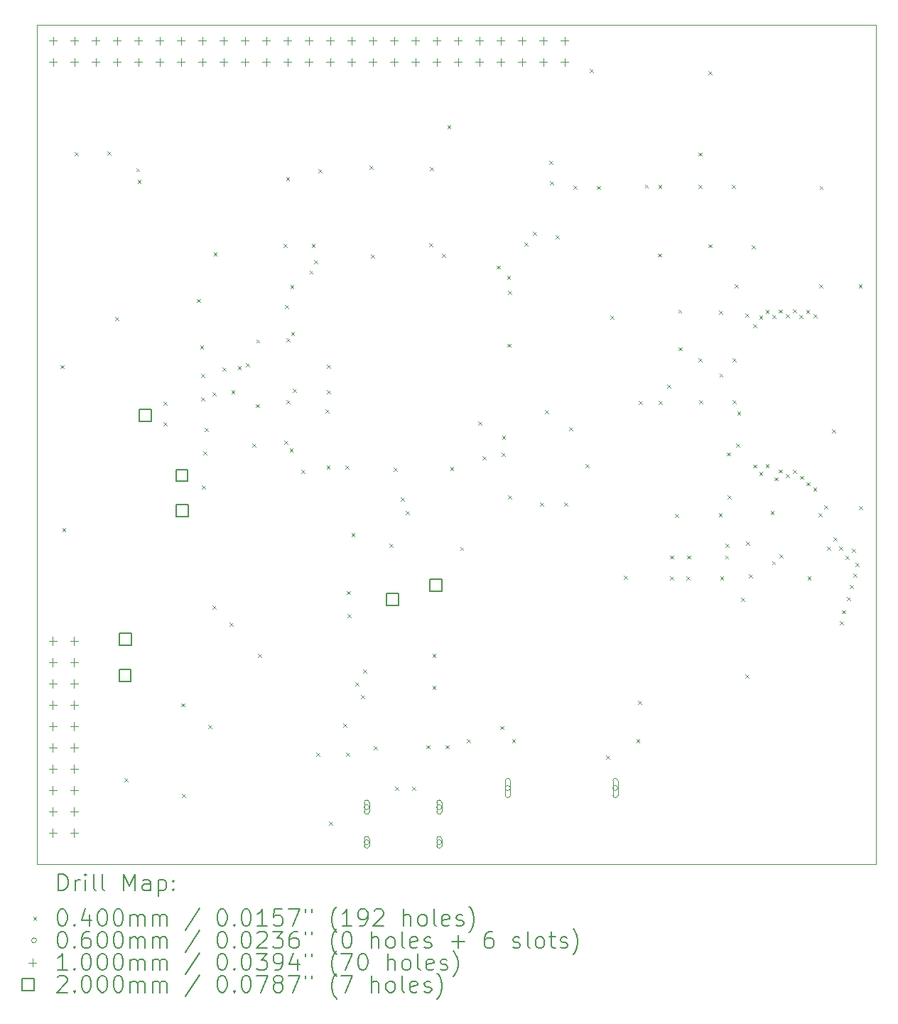
<source format=gbr>
%TF.GenerationSoftware,KiCad,Pcbnew,7.0.10*%
%TF.CreationDate,2024-02-10T01:11:12-05:00*%
%TF.ProjectId,9260-first,39323630-2d66-4697-9273-742e6b696361,rev?*%
%TF.SameCoordinates,Original*%
%TF.FileFunction,Drillmap*%
%TF.FilePolarity,Positive*%
%FSLAX45Y45*%
G04 Gerber Fmt 4.5, Leading zero omitted, Abs format (unit mm)*
G04 Created by KiCad (PCBNEW 7.0.10) date 2024-02-10 01:11:12*
%MOMM*%
%LPD*%
G01*
G04 APERTURE LIST*
%ADD10C,0.100000*%
%ADD11C,0.200000*%
G04 APERTURE END LIST*
D10*
X2928000Y-2906000D02*
X12928000Y-2906000D01*
X12928000Y-12906000D01*
X2928000Y-12906000D01*
X2928000Y-2906000D01*
D11*
D10*
X3210000Y-6960000D02*
X3250000Y-7000000D01*
X3250000Y-6960000D02*
X3210000Y-7000000D01*
X3230000Y-8900000D02*
X3270000Y-8940000D01*
X3270000Y-8900000D02*
X3230000Y-8940000D01*
X3377000Y-4423000D02*
X3417000Y-4463000D01*
X3417000Y-4423000D02*
X3377000Y-4463000D01*
X3765000Y-4415000D02*
X3805000Y-4455000D01*
X3805000Y-4415000D02*
X3765000Y-4455000D01*
X3860000Y-6390000D02*
X3900000Y-6430000D01*
X3900000Y-6390000D02*
X3860000Y-6430000D01*
X3972950Y-11885050D02*
X4012950Y-11925050D01*
X4012950Y-11885050D02*
X3972950Y-11925050D01*
X4109897Y-4614103D02*
X4149897Y-4654103D01*
X4149897Y-4614103D02*
X4109897Y-4654103D01*
X4128000Y-4755000D02*
X4168000Y-4795000D01*
X4168000Y-4755000D02*
X4128000Y-4795000D01*
X4435000Y-7396000D02*
X4475000Y-7436000D01*
X4475000Y-7396000D02*
X4435000Y-7436000D01*
X4438000Y-7639000D02*
X4478000Y-7679000D01*
X4478000Y-7639000D02*
X4438000Y-7679000D01*
X4650000Y-10990400D02*
X4690000Y-11030400D01*
X4690000Y-10990400D02*
X4650000Y-11030400D01*
X4653600Y-12070400D02*
X4693600Y-12110400D01*
X4693600Y-12070400D02*
X4653600Y-12110400D01*
X4835000Y-6172000D02*
X4875000Y-6212000D01*
X4875000Y-6172000D02*
X4835000Y-6212000D01*
X4872000Y-6727000D02*
X4912000Y-6767000D01*
X4912000Y-6727000D02*
X4872000Y-6767000D01*
X4883000Y-7347000D02*
X4923000Y-7387000D01*
X4923000Y-7347000D02*
X4883000Y-7387000D01*
X4887000Y-7068000D02*
X4927000Y-7108000D01*
X4927000Y-7068000D02*
X4887000Y-7108000D01*
X4895000Y-8393000D02*
X4935000Y-8433000D01*
X4935000Y-8393000D02*
X4895000Y-8433000D01*
X4910000Y-7990000D02*
X4950000Y-8030000D01*
X4950000Y-7990000D02*
X4910000Y-8030000D01*
X4928681Y-7708000D02*
X4968681Y-7748000D01*
X4968681Y-7708000D02*
X4928681Y-7748000D01*
X4971100Y-11244900D02*
X5011100Y-11284900D01*
X5011100Y-11244900D02*
X4971100Y-11284900D01*
X5021000Y-7285000D02*
X5061000Y-7325000D01*
X5061000Y-7285000D02*
X5021000Y-7325000D01*
X5023000Y-9825000D02*
X5063000Y-9865000D01*
X5063000Y-9825000D02*
X5023000Y-9865000D01*
X5033000Y-5616000D02*
X5073000Y-5656000D01*
X5073000Y-5616000D02*
X5033000Y-5656000D01*
X5140000Y-6990000D02*
X5180000Y-7030000D01*
X5180000Y-6990000D02*
X5140000Y-7030000D01*
X5224900Y-10025900D02*
X5264900Y-10065900D01*
X5264900Y-10025900D02*
X5224900Y-10065900D01*
X5245563Y-7260500D02*
X5285563Y-7300500D01*
X5285563Y-7260500D02*
X5245563Y-7300500D01*
X5320000Y-6970000D02*
X5360000Y-7010000D01*
X5360000Y-6970000D02*
X5320000Y-7010000D01*
X5420000Y-6939000D02*
X5460000Y-6979000D01*
X5460000Y-6939000D02*
X5420000Y-6979000D01*
X5497000Y-7898000D02*
X5537000Y-7938000D01*
X5537000Y-7898000D02*
X5497000Y-7938000D01*
X5536000Y-7425700D02*
X5576000Y-7465700D01*
X5576000Y-7425700D02*
X5536000Y-7465700D01*
X5540000Y-6655500D02*
X5580000Y-6695500D01*
X5580000Y-6655500D02*
X5540000Y-6695500D01*
X5560000Y-10400000D02*
X5600000Y-10440000D01*
X5600000Y-10400000D02*
X5560000Y-10440000D01*
X5864000Y-5518000D02*
X5904000Y-5558000D01*
X5904000Y-5518000D02*
X5864000Y-5558000D01*
X5876000Y-7863000D02*
X5916000Y-7903000D01*
X5916000Y-7863000D02*
X5876000Y-7903000D01*
X5882000Y-6245900D02*
X5922000Y-6285900D01*
X5922000Y-6245900D02*
X5882000Y-6285900D01*
X5897000Y-4721000D02*
X5937000Y-4761000D01*
X5937000Y-4721000D02*
X5897000Y-4761000D01*
X5898000Y-7375700D02*
X5938000Y-7415700D01*
X5938000Y-7375700D02*
X5898000Y-7415700D01*
X5901000Y-6645000D02*
X5941000Y-6685000D01*
X5941000Y-6645000D02*
X5901000Y-6685000D01*
X5938013Y-7954658D02*
X5978013Y-7994658D01*
X5978013Y-7954658D02*
X5938013Y-7994658D01*
X5946446Y-6008554D02*
X5986446Y-6048554D01*
X5986446Y-6008554D02*
X5946446Y-6048554D01*
X5956000Y-6564000D02*
X5996000Y-6604000D01*
X5996000Y-6564000D02*
X5956000Y-6604000D01*
X5975000Y-7245900D02*
X6015000Y-7285900D01*
X6015000Y-7245900D02*
X5975000Y-7285900D01*
X6080000Y-8210200D02*
X6120000Y-8250200D01*
X6120000Y-8210200D02*
X6080000Y-8250200D01*
X6177000Y-5833000D02*
X6217000Y-5873000D01*
X6217000Y-5833000D02*
X6177000Y-5873000D01*
X6201500Y-5514000D02*
X6241500Y-5554000D01*
X6241500Y-5514000D02*
X6201500Y-5554000D01*
X6230000Y-5710000D02*
X6270000Y-5750000D01*
X6270000Y-5710000D02*
X6230000Y-5750000D01*
X6253800Y-11575100D02*
X6293800Y-11615100D01*
X6293800Y-11575100D02*
X6253800Y-11615100D01*
X6280600Y-4628000D02*
X6320600Y-4668000D01*
X6320600Y-4628000D02*
X6280600Y-4668000D01*
X6368100Y-7485700D02*
X6408100Y-7525700D01*
X6408100Y-7485700D02*
X6368100Y-7525700D01*
X6380000Y-8160000D02*
X6420000Y-8200000D01*
X6420000Y-8160000D02*
X6380000Y-8200000D01*
X6380800Y-6952300D02*
X6420800Y-6992300D01*
X6420800Y-6952300D02*
X6380800Y-6992300D01*
X6380800Y-7257100D02*
X6420800Y-7297100D01*
X6420800Y-7257100D02*
X6380800Y-7297100D01*
X6410000Y-12400000D02*
X6450000Y-12440000D01*
X6450000Y-12400000D02*
X6410000Y-12440000D01*
X6580000Y-11230000D02*
X6620000Y-11270000D01*
X6620000Y-11230000D02*
X6580000Y-11270000D01*
X6601500Y-8158000D02*
X6641500Y-8198000D01*
X6641500Y-8158000D02*
X6601500Y-8198000D01*
X6609400Y-11575100D02*
X6649400Y-11615100D01*
X6649400Y-11575100D02*
X6609400Y-11615100D01*
X6620000Y-9653000D02*
X6660000Y-9693000D01*
X6660000Y-9653000D02*
X6620000Y-9693000D01*
X6629000Y-9928000D02*
X6669000Y-9968000D01*
X6669000Y-9928000D02*
X6629000Y-9968000D01*
X6676000Y-8960000D02*
X6716000Y-9000000D01*
X6716000Y-8960000D02*
X6676000Y-9000000D01*
X6723700Y-10736900D02*
X6763700Y-10776900D01*
X6763700Y-10736900D02*
X6723700Y-10776900D01*
X6790000Y-10890000D02*
X6830000Y-10930000D01*
X6830000Y-10890000D02*
X6790000Y-10930000D01*
X6812600Y-10584500D02*
X6852600Y-10624500D01*
X6852600Y-10584500D02*
X6812600Y-10624500D01*
X6888500Y-4584100D02*
X6928500Y-4624100D01*
X6928500Y-4584100D02*
X6888500Y-4624100D01*
X6911100Y-5641000D02*
X6951100Y-5681000D01*
X6951100Y-5641000D02*
X6911100Y-5681000D01*
X6940000Y-11500000D02*
X6980000Y-11540000D01*
X6980000Y-11500000D02*
X6940000Y-11540000D01*
X7130000Y-9090000D02*
X7170000Y-9130000D01*
X7170000Y-9090000D02*
X7130000Y-9130000D01*
X7181300Y-8181000D02*
X7221300Y-8221000D01*
X7221300Y-8181000D02*
X7181300Y-8221000D01*
X7193600Y-11981500D02*
X7233600Y-12021500D01*
X7233600Y-11981500D02*
X7193600Y-12021500D01*
X7260842Y-8541551D02*
X7300842Y-8581551D01*
X7300842Y-8541551D02*
X7260842Y-8581551D01*
X7323642Y-8700000D02*
X7363642Y-8740000D01*
X7363642Y-8700000D02*
X7323642Y-8740000D01*
X7396800Y-11981500D02*
X7436800Y-12021500D01*
X7436800Y-11981500D02*
X7396800Y-12021500D01*
X7570000Y-11490000D02*
X7610000Y-11530000D01*
X7610000Y-11490000D02*
X7570000Y-11530000D01*
X7605000Y-5510000D02*
X7645000Y-5550000D01*
X7645000Y-5510000D02*
X7605000Y-5550000D01*
X7614000Y-4604000D02*
X7654000Y-4644000D01*
X7654000Y-4604000D02*
X7614000Y-4644000D01*
X7640000Y-10400000D02*
X7680000Y-10440000D01*
X7680000Y-10400000D02*
X7640000Y-10440000D01*
X7640000Y-10780000D02*
X7680000Y-10820000D01*
X7680000Y-10780000D02*
X7640000Y-10820000D01*
X7755000Y-5637000D02*
X7795000Y-5677000D01*
X7795000Y-5637000D02*
X7755000Y-5677000D01*
X7800000Y-11490000D02*
X7840000Y-11530000D01*
X7840000Y-11490000D02*
X7800000Y-11530000D01*
X7818000Y-4101000D02*
X7858000Y-4141000D01*
X7858000Y-4101000D02*
X7818000Y-4141000D01*
X7851500Y-8174000D02*
X7891500Y-8214000D01*
X7891500Y-8174000D02*
X7851500Y-8214000D01*
X7970000Y-9126000D02*
X8010000Y-9166000D01*
X8010000Y-9126000D02*
X7970000Y-9166000D01*
X8050000Y-11420000D02*
X8090000Y-11460000D01*
X8090000Y-11420000D02*
X8050000Y-11460000D01*
X8187000Y-7635000D02*
X8227000Y-7675000D01*
X8227000Y-7635000D02*
X8187000Y-7675000D01*
X8235000Y-8044500D02*
X8275000Y-8084500D01*
X8275000Y-8044500D02*
X8235000Y-8084500D01*
X8405000Y-5774000D02*
X8445000Y-5814000D01*
X8445000Y-5774000D02*
X8405000Y-5814000D01*
X8450000Y-11260000D02*
X8490000Y-11300000D01*
X8490000Y-11260000D02*
X8450000Y-11300000D01*
X8463600Y-8006400D02*
X8503600Y-8046400D01*
X8503600Y-8006400D02*
X8463600Y-8046400D01*
X8470000Y-7800000D02*
X8510000Y-7840000D01*
X8510000Y-7800000D02*
X8470000Y-7840000D01*
X8530000Y-5900000D02*
X8570000Y-5940000D01*
X8570000Y-5900000D02*
X8530000Y-5940000D01*
X8533000Y-6705500D02*
X8573000Y-6745500D01*
X8573000Y-6705500D02*
X8533000Y-6745500D01*
X8539800Y-8514400D02*
X8579800Y-8554400D01*
X8579800Y-8514400D02*
X8539800Y-8554400D01*
X8540000Y-6076000D02*
X8580000Y-6116000D01*
X8580000Y-6076000D02*
X8540000Y-6116000D01*
X8590000Y-11420000D02*
X8630000Y-11460000D01*
X8630000Y-11420000D02*
X8590000Y-11460000D01*
X8736300Y-5498700D02*
X8776300Y-5538700D01*
X8776300Y-5498700D02*
X8736300Y-5538700D01*
X8838000Y-5371000D02*
X8878000Y-5411000D01*
X8878000Y-5371000D02*
X8838000Y-5411000D01*
X8925000Y-8595000D02*
X8965000Y-8635000D01*
X8965000Y-8595000D02*
X8925000Y-8635000D01*
X8984300Y-7498200D02*
X9024300Y-7538200D01*
X9024300Y-7498200D02*
X8984300Y-7538200D01*
X9036000Y-4526000D02*
X9076000Y-4566000D01*
X9076000Y-4526000D02*
X9036000Y-4566000D01*
X9042000Y-4768000D02*
X9082000Y-4808000D01*
X9082000Y-4768000D02*
X9042000Y-4808000D01*
X9108000Y-5416000D02*
X9148000Y-5456000D01*
X9148000Y-5416000D02*
X9108000Y-5456000D01*
X9209000Y-8595000D02*
X9249000Y-8635000D01*
X9249000Y-8595000D02*
X9209000Y-8635000D01*
X9269585Y-7703200D02*
X9309585Y-7743200D01*
X9309585Y-7703200D02*
X9269585Y-7743200D01*
X9324000Y-4820000D02*
X9364000Y-4860000D01*
X9364000Y-4820000D02*
X9324000Y-4860000D01*
X9463000Y-8141000D02*
X9503000Y-8181000D01*
X9503000Y-8141000D02*
X9463000Y-8181000D01*
X9515000Y-3436000D02*
X9555000Y-3476000D01*
X9555000Y-3436000D02*
X9515000Y-3476000D01*
X9603000Y-4825000D02*
X9643000Y-4865000D01*
X9643000Y-4825000D02*
X9603000Y-4865000D01*
X9710000Y-11610000D02*
X9750000Y-11650000D01*
X9750000Y-11610000D02*
X9710000Y-11650000D01*
X9760000Y-6370000D02*
X9800000Y-6410000D01*
X9800000Y-6370000D02*
X9760000Y-6410000D01*
X9924100Y-9466900D02*
X9964100Y-9506900D01*
X9964100Y-9466900D02*
X9924100Y-9506900D01*
X10070000Y-11420000D02*
X10110000Y-11460000D01*
X10110000Y-11420000D02*
X10070000Y-11460000D01*
X10090000Y-10960000D02*
X10130000Y-11000000D01*
X10130000Y-10960000D02*
X10090000Y-11000000D01*
X10100000Y-7390000D02*
X10140000Y-7430000D01*
X10140000Y-7390000D02*
X10100000Y-7430000D01*
X10172000Y-4810000D02*
X10212000Y-4850000D01*
X10212000Y-4810000D02*
X10172000Y-4850000D01*
X10330000Y-5630000D02*
X10370000Y-5670000D01*
X10370000Y-5630000D02*
X10330000Y-5670000D01*
X10333000Y-4812000D02*
X10373000Y-4852000D01*
X10373000Y-4812000D02*
X10333000Y-4852000D01*
X10340000Y-7390000D02*
X10380000Y-7430000D01*
X10380000Y-7390000D02*
X10340000Y-7430000D01*
X10440000Y-7190000D02*
X10480000Y-7230000D01*
X10480000Y-7190000D02*
X10440000Y-7230000D01*
X10470000Y-9480000D02*
X10510000Y-9520000D01*
X10510000Y-9480000D02*
X10470000Y-9520000D01*
X10472000Y-9228800D02*
X10512000Y-9268800D01*
X10512000Y-9228800D02*
X10472000Y-9268800D01*
X10532844Y-8735156D02*
X10572844Y-8775156D01*
X10572844Y-8735156D02*
X10532844Y-8775156D01*
X10570000Y-6300000D02*
X10610000Y-6340000D01*
X10610000Y-6300000D02*
X10570000Y-6340000D01*
X10573200Y-6747200D02*
X10613200Y-6787200D01*
X10613200Y-6747200D02*
X10573200Y-6787200D01*
X10670000Y-9480000D02*
X10710000Y-9520000D01*
X10710000Y-9480000D02*
X10670000Y-9520000D01*
X10673000Y-9228800D02*
X10713000Y-9268800D01*
X10713000Y-9228800D02*
X10673000Y-9268800D01*
X10809000Y-4814000D02*
X10849000Y-4854000D01*
X10849000Y-4814000D02*
X10809000Y-4854000D01*
X10810000Y-6880000D02*
X10850000Y-6920000D01*
X10850000Y-6880000D02*
X10810000Y-6920000D01*
X10813100Y-4428500D02*
X10853100Y-4468500D01*
X10853100Y-4428500D02*
X10813100Y-4468500D01*
X10820000Y-7380000D02*
X10860000Y-7420000D01*
X10860000Y-7380000D02*
X10820000Y-7420000D01*
X10927000Y-3460000D02*
X10967000Y-3500000D01*
X10967000Y-3460000D02*
X10927000Y-3500000D01*
X10930000Y-5520000D02*
X10970000Y-5560000D01*
X10970000Y-5520000D02*
X10930000Y-5560000D01*
X11053000Y-8725000D02*
X11093000Y-8765000D01*
X11093000Y-8725000D02*
X11053000Y-8765000D01*
X11054000Y-6313000D02*
X11094000Y-6353000D01*
X11094000Y-6313000D02*
X11054000Y-6353000D01*
X11060000Y-7060000D02*
X11100000Y-7100000D01*
X11100000Y-7060000D02*
X11060000Y-7100000D01*
X11070000Y-9475600D02*
X11110000Y-9515600D01*
X11110000Y-9475600D02*
X11070000Y-9515600D01*
X11129700Y-9228800D02*
X11169700Y-9268800D01*
X11169700Y-9228800D02*
X11129700Y-9268800D01*
X11130600Y-9085900D02*
X11170600Y-9125900D01*
X11170600Y-9085900D02*
X11130600Y-9125900D01*
X11149000Y-8002000D02*
X11189000Y-8042000D01*
X11189000Y-8002000D02*
X11149000Y-8042000D01*
X11156000Y-8514400D02*
X11196000Y-8554400D01*
X11196000Y-8514400D02*
X11156000Y-8554400D01*
X11212000Y-4814000D02*
X11252000Y-4854000D01*
X11252000Y-4814000D02*
X11212000Y-4854000D01*
X11220000Y-6880000D02*
X11260000Y-6920000D01*
X11260000Y-6880000D02*
X11220000Y-6920000D01*
X11220000Y-7380000D02*
X11260000Y-7420000D01*
X11260000Y-7380000D02*
X11220000Y-7420000D01*
X11241200Y-6000000D02*
X11281200Y-6040000D01*
X11281200Y-6000000D02*
X11241200Y-6040000D01*
X11258000Y-7892100D02*
X11298000Y-7932100D01*
X11298000Y-7892100D02*
X11258000Y-7932100D01*
X11273000Y-7511100D02*
X11313000Y-7551100D01*
X11313000Y-7511100D02*
X11273000Y-7551100D01*
X11321100Y-9733600D02*
X11361100Y-9773600D01*
X11361100Y-9733600D02*
X11321100Y-9773600D01*
X11370000Y-10644200D02*
X11410000Y-10684200D01*
X11410000Y-10644200D02*
X11370000Y-10684200D01*
X11371900Y-6342700D02*
X11411900Y-6382700D01*
X11411900Y-6342700D02*
X11371900Y-6382700D01*
X11379000Y-9064000D02*
X11419000Y-9104000D01*
X11419000Y-9064000D02*
X11379000Y-9104000D01*
X11410000Y-9454200D02*
X11450000Y-9494200D01*
X11450000Y-9454200D02*
X11410000Y-9494200D01*
X11448100Y-5529900D02*
X11488100Y-5569900D01*
X11488100Y-5529900D02*
X11448100Y-5569900D01*
X11460800Y-6469700D02*
X11500800Y-6509700D01*
X11500800Y-6469700D02*
X11460800Y-6509700D01*
X11460800Y-8144000D02*
X11500800Y-8184000D01*
X11500800Y-8144000D02*
X11460800Y-8184000D01*
X11536171Y-6368807D02*
X11576171Y-6408807D01*
X11576171Y-6368807D02*
X11536171Y-6408807D01*
X11536171Y-8235000D02*
X11576171Y-8275000D01*
X11576171Y-8235000D02*
X11536171Y-8275000D01*
X11612263Y-6303922D02*
X11652263Y-6343922D01*
X11652263Y-6303922D02*
X11612263Y-6343922D01*
X11612263Y-8142000D02*
X11652263Y-8182000D01*
X11652263Y-8142000D02*
X11612263Y-8182000D01*
X11671200Y-8702000D02*
X11711200Y-8742000D01*
X11711200Y-8702000D02*
X11671200Y-8742000D01*
X11688364Y-9295764D02*
X11728364Y-9335764D01*
X11728364Y-9295764D02*
X11688364Y-9335764D01*
X11693289Y-6362531D02*
X11733289Y-6402531D01*
X11733289Y-6362531D02*
X11693289Y-6402531D01*
X11714644Y-8297356D02*
X11754644Y-8337356D01*
X11754644Y-8297356D02*
X11714644Y-8337356D01*
X11771023Y-6299623D02*
X11811023Y-6339623D01*
X11811023Y-6299623D02*
X11771023Y-6339623D01*
X11771023Y-8203000D02*
X11811023Y-8243000D01*
X11811023Y-8203000D02*
X11771023Y-8243000D01*
X11778300Y-9212900D02*
X11818300Y-9252900D01*
X11818300Y-9212900D02*
X11778300Y-9252900D01*
X11853563Y-6356078D02*
X11893563Y-6396078D01*
X11893563Y-6356078D02*
X11853563Y-6396078D01*
X11853563Y-8260000D02*
X11893563Y-8300000D01*
X11893563Y-8260000D02*
X11853563Y-8300000D01*
X11934572Y-6297447D02*
X11974572Y-6337447D01*
X11974572Y-6297447D02*
X11934572Y-6337447D01*
X11934572Y-8208000D02*
X11974572Y-8248000D01*
X11974572Y-8208000D02*
X11934572Y-8248000D01*
X12012272Y-6360398D02*
X12052272Y-6400398D01*
X12052272Y-6360398D02*
X12012272Y-6400398D01*
X12020000Y-8280000D02*
X12060000Y-8320000D01*
X12060000Y-8280000D02*
X12020000Y-8320000D01*
X12094888Y-6304054D02*
X12134888Y-6344054D01*
X12134888Y-6304054D02*
X12094888Y-6344054D01*
X12099500Y-8357000D02*
X12139500Y-8397000D01*
X12139500Y-8357000D02*
X12099500Y-8397000D01*
X12110000Y-9480000D02*
X12150000Y-9520000D01*
X12150000Y-9480000D02*
X12110000Y-9520000D01*
X12179000Y-8419000D02*
X12219000Y-8459000D01*
X12219000Y-8419000D02*
X12179000Y-8459000D01*
X12180700Y-6355400D02*
X12220700Y-6395400D01*
X12220700Y-6355400D02*
X12180700Y-6395400D01*
X12242202Y-8724000D02*
X12282202Y-8764000D01*
X12282202Y-8724000D02*
X12242202Y-8764000D01*
X12250000Y-6000000D02*
X12290000Y-6040000D01*
X12290000Y-6000000D02*
X12250000Y-6040000D01*
X12254000Y-4826000D02*
X12294000Y-4866000D01*
X12294000Y-4826000D02*
X12254000Y-4866000D01*
X12307200Y-8634000D02*
X12347200Y-8674000D01*
X12347200Y-8634000D02*
X12307200Y-8674000D01*
X12344500Y-9124000D02*
X12384500Y-9164000D01*
X12384500Y-9124000D02*
X12344500Y-9164000D01*
X12406000Y-7725000D02*
X12446000Y-7765000D01*
X12446000Y-7725000D02*
X12406000Y-7765000D01*
X12417000Y-9009700D02*
X12457000Y-9049700D01*
X12457000Y-9009700D02*
X12417000Y-9049700D01*
X12489500Y-9124000D02*
X12529500Y-9164000D01*
X12529500Y-9124000D02*
X12489500Y-9164000D01*
X12498176Y-10008977D02*
X12538176Y-10048977D01*
X12538176Y-10008977D02*
X12498176Y-10048977D01*
X12523111Y-9881511D02*
X12563111Y-9921511D01*
X12563111Y-9881511D02*
X12523111Y-9921511D01*
X12562349Y-9234950D02*
X12602349Y-9274950D01*
X12602349Y-9234950D02*
X12562349Y-9274950D01*
X12579796Y-9722296D02*
X12619796Y-9762296D01*
X12619796Y-9722296D02*
X12579796Y-9762296D01*
X12617431Y-9582131D02*
X12657431Y-9622131D01*
X12657431Y-9582131D02*
X12617431Y-9622131D01*
X12641900Y-9149400D02*
X12681900Y-9189400D01*
X12681900Y-9149400D02*
X12641900Y-9189400D01*
X12655065Y-9441965D02*
X12695065Y-9481965D01*
X12695065Y-9441965D02*
X12655065Y-9481965D01*
X12680000Y-9314500D02*
X12720000Y-9354500D01*
X12720000Y-9314500D02*
X12680000Y-9354500D01*
X12720000Y-6000000D02*
X12760000Y-6040000D01*
X12760000Y-6000000D02*
X12720000Y-6040000D01*
X12726000Y-8640000D02*
X12766000Y-8680000D01*
X12766000Y-8640000D02*
X12726000Y-8680000D01*
X6887800Y-12228000D02*
G75*
G03*
X6827800Y-12228000I-30000J0D01*
G01*
X6827800Y-12228000D02*
G75*
G03*
X6887800Y-12228000I30000J0D01*
G01*
X6827800Y-12173000D02*
X6827800Y-12283000D01*
X6827800Y-12283000D02*
G75*
G03*
X6887800Y-12283000I30000J0D01*
G01*
X6887800Y-12283000D02*
X6887800Y-12173000D01*
X6887800Y-12173000D02*
G75*
G03*
X6827800Y-12173000I-30000J0D01*
G01*
X6887800Y-12646000D02*
G75*
G03*
X6827800Y-12646000I-30000J0D01*
G01*
X6827800Y-12646000D02*
G75*
G03*
X6887800Y-12646000I30000J0D01*
G01*
X6827800Y-12606000D02*
X6827800Y-12686000D01*
X6827800Y-12686000D02*
G75*
G03*
X6887800Y-12686000I30000J0D01*
G01*
X6887800Y-12686000D02*
X6887800Y-12606000D01*
X6887800Y-12606000D02*
G75*
G03*
X6827800Y-12606000I-30000J0D01*
G01*
X7751800Y-12228000D02*
G75*
G03*
X7691800Y-12228000I-30000J0D01*
G01*
X7691800Y-12228000D02*
G75*
G03*
X7751800Y-12228000I30000J0D01*
G01*
X7691800Y-12173000D02*
X7691800Y-12283000D01*
X7691800Y-12283000D02*
G75*
G03*
X7751800Y-12283000I30000J0D01*
G01*
X7751800Y-12283000D02*
X7751800Y-12173000D01*
X7751800Y-12173000D02*
G75*
G03*
X7691800Y-12173000I-30000J0D01*
G01*
X7751800Y-12646000D02*
G75*
G03*
X7691800Y-12646000I-30000J0D01*
G01*
X7691800Y-12646000D02*
G75*
G03*
X7751800Y-12646000I30000J0D01*
G01*
X7691800Y-12606000D02*
X7691800Y-12686000D01*
X7691800Y-12686000D02*
G75*
G03*
X7751800Y-12686000I30000J0D01*
G01*
X7751800Y-12686000D02*
X7751800Y-12606000D01*
X7751800Y-12606000D02*
G75*
G03*
X7691800Y-12606000I-30000J0D01*
G01*
X8570000Y-12000000D02*
G75*
G03*
X8510000Y-12000000I-30000J0D01*
G01*
X8510000Y-12000000D02*
G75*
G03*
X8570000Y-12000000I30000J0D01*
G01*
X8510000Y-11915000D02*
X8510000Y-12085000D01*
X8510000Y-12085000D02*
G75*
G03*
X8570000Y-12085000I30000J0D01*
G01*
X8570000Y-12085000D02*
X8570000Y-11915000D01*
X8570000Y-11915000D02*
G75*
G03*
X8510000Y-11915000I-30000J0D01*
G01*
X9850000Y-12000000D02*
G75*
G03*
X9790000Y-12000000I-30000J0D01*
G01*
X9790000Y-12000000D02*
G75*
G03*
X9850000Y-12000000I30000J0D01*
G01*
X9790000Y-11915000D02*
X9790000Y-12085000D01*
X9790000Y-12085000D02*
G75*
G03*
X9850000Y-12085000I30000J0D01*
G01*
X9850000Y-12085000D02*
X9850000Y-11915000D01*
X9850000Y-11915000D02*
G75*
G03*
X9790000Y-11915000I-30000J0D01*
G01*
X3117700Y-10198400D02*
X3117700Y-10298400D01*
X3067700Y-10248400D02*
X3167700Y-10248400D01*
X3117700Y-10452400D02*
X3117700Y-10552400D01*
X3067700Y-10502400D02*
X3167700Y-10502400D01*
X3117700Y-10706400D02*
X3117700Y-10806400D01*
X3067700Y-10756400D02*
X3167700Y-10756400D01*
X3117700Y-10960400D02*
X3117700Y-11060400D01*
X3067700Y-11010400D02*
X3167700Y-11010400D01*
X3117700Y-11214400D02*
X3117700Y-11314400D01*
X3067700Y-11264400D02*
X3167700Y-11264400D01*
X3117700Y-11468400D02*
X3117700Y-11568400D01*
X3067700Y-11518400D02*
X3167700Y-11518400D01*
X3117700Y-11722400D02*
X3117700Y-11822400D01*
X3067700Y-11772400D02*
X3167700Y-11772400D01*
X3117700Y-11976400D02*
X3117700Y-12076400D01*
X3067700Y-12026400D02*
X3167700Y-12026400D01*
X3117700Y-12230400D02*
X3117700Y-12330400D01*
X3067700Y-12280400D02*
X3167700Y-12280400D01*
X3117700Y-12484400D02*
X3117700Y-12584400D01*
X3067700Y-12534400D02*
X3167700Y-12534400D01*
X3119000Y-3047000D02*
X3119000Y-3147000D01*
X3069000Y-3097000D02*
X3169000Y-3097000D01*
X3119000Y-3301000D02*
X3119000Y-3401000D01*
X3069000Y-3351000D02*
X3169000Y-3351000D01*
X3371700Y-10198400D02*
X3371700Y-10298400D01*
X3321700Y-10248400D02*
X3421700Y-10248400D01*
X3371700Y-10452400D02*
X3371700Y-10552400D01*
X3321700Y-10502400D02*
X3421700Y-10502400D01*
X3371700Y-10706400D02*
X3371700Y-10806400D01*
X3321700Y-10756400D02*
X3421700Y-10756400D01*
X3371700Y-10960400D02*
X3371700Y-11060400D01*
X3321700Y-11010400D02*
X3421700Y-11010400D01*
X3371700Y-11214400D02*
X3371700Y-11314400D01*
X3321700Y-11264400D02*
X3421700Y-11264400D01*
X3371700Y-11468400D02*
X3371700Y-11568400D01*
X3321700Y-11518400D02*
X3421700Y-11518400D01*
X3371700Y-11722400D02*
X3371700Y-11822400D01*
X3321700Y-11772400D02*
X3421700Y-11772400D01*
X3371700Y-11976400D02*
X3371700Y-12076400D01*
X3321700Y-12026400D02*
X3421700Y-12026400D01*
X3371700Y-12230400D02*
X3371700Y-12330400D01*
X3321700Y-12280400D02*
X3421700Y-12280400D01*
X3371700Y-12484400D02*
X3371700Y-12584400D01*
X3321700Y-12534400D02*
X3421700Y-12534400D01*
X3373000Y-3047000D02*
X3373000Y-3147000D01*
X3323000Y-3097000D02*
X3423000Y-3097000D01*
X3373000Y-3301000D02*
X3373000Y-3401000D01*
X3323000Y-3351000D02*
X3423000Y-3351000D01*
X3627000Y-3047000D02*
X3627000Y-3147000D01*
X3577000Y-3097000D02*
X3677000Y-3097000D01*
X3627000Y-3301000D02*
X3627000Y-3401000D01*
X3577000Y-3351000D02*
X3677000Y-3351000D01*
X3881000Y-3047000D02*
X3881000Y-3147000D01*
X3831000Y-3097000D02*
X3931000Y-3097000D01*
X3881000Y-3301000D02*
X3881000Y-3401000D01*
X3831000Y-3351000D02*
X3931000Y-3351000D01*
X4135000Y-3047000D02*
X4135000Y-3147000D01*
X4085000Y-3097000D02*
X4185000Y-3097000D01*
X4135000Y-3301000D02*
X4135000Y-3401000D01*
X4085000Y-3351000D02*
X4185000Y-3351000D01*
X4389000Y-3047000D02*
X4389000Y-3147000D01*
X4339000Y-3097000D02*
X4439000Y-3097000D01*
X4389000Y-3301000D02*
X4389000Y-3401000D01*
X4339000Y-3351000D02*
X4439000Y-3351000D01*
X4643000Y-3047000D02*
X4643000Y-3147000D01*
X4593000Y-3097000D02*
X4693000Y-3097000D01*
X4643000Y-3301000D02*
X4643000Y-3401000D01*
X4593000Y-3351000D02*
X4693000Y-3351000D01*
X4897000Y-3047000D02*
X4897000Y-3147000D01*
X4847000Y-3097000D02*
X4947000Y-3097000D01*
X4897000Y-3301000D02*
X4897000Y-3401000D01*
X4847000Y-3351000D02*
X4947000Y-3351000D01*
X5151000Y-3047000D02*
X5151000Y-3147000D01*
X5101000Y-3097000D02*
X5201000Y-3097000D01*
X5151000Y-3301000D02*
X5151000Y-3401000D01*
X5101000Y-3351000D02*
X5201000Y-3351000D01*
X5405000Y-3047000D02*
X5405000Y-3147000D01*
X5355000Y-3097000D02*
X5455000Y-3097000D01*
X5405000Y-3301000D02*
X5405000Y-3401000D01*
X5355000Y-3351000D02*
X5455000Y-3351000D01*
X5659000Y-3047000D02*
X5659000Y-3147000D01*
X5609000Y-3097000D02*
X5709000Y-3097000D01*
X5659000Y-3301000D02*
X5659000Y-3401000D01*
X5609000Y-3351000D02*
X5709000Y-3351000D01*
X5913000Y-3047000D02*
X5913000Y-3147000D01*
X5863000Y-3097000D02*
X5963000Y-3097000D01*
X5913000Y-3301000D02*
X5913000Y-3401000D01*
X5863000Y-3351000D02*
X5963000Y-3351000D01*
X6167000Y-3047000D02*
X6167000Y-3147000D01*
X6117000Y-3097000D02*
X6217000Y-3097000D01*
X6167000Y-3301000D02*
X6167000Y-3401000D01*
X6117000Y-3351000D02*
X6217000Y-3351000D01*
X6421000Y-3047000D02*
X6421000Y-3147000D01*
X6371000Y-3097000D02*
X6471000Y-3097000D01*
X6421000Y-3301000D02*
X6421000Y-3401000D01*
X6371000Y-3351000D02*
X6471000Y-3351000D01*
X6675000Y-3047000D02*
X6675000Y-3147000D01*
X6625000Y-3097000D02*
X6725000Y-3097000D01*
X6675000Y-3301000D02*
X6675000Y-3401000D01*
X6625000Y-3351000D02*
X6725000Y-3351000D01*
X6929000Y-3047000D02*
X6929000Y-3147000D01*
X6879000Y-3097000D02*
X6979000Y-3097000D01*
X6929000Y-3301000D02*
X6929000Y-3401000D01*
X6879000Y-3351000D02*
X6979000Y-3351000D01*
X7183000Y-3047000D02*
X7183000Y-3147000D01*
X7133000Y-3097000D02*
X7233000Y-3097000D01*
X7183000Y-3301000D02*
X7183000Y-3401000D01*
X7133000Y-3351000D02*
X7233000Y-3351000D01*
X7437000Y-3047000D02*
X7437000Y-3147000D01*
X7387000Y-3097000D02*
X7487000Y-3097000D01*
X7437000Y-3301000D02*
X7437000Y-3401000D01*
X7387000Y-3351000D02*
X7487000Y-3351000D01*
X7691000Y-3047000D02*
X7691000Y-3147000D01*
X7641000Y-3097000D02*
X7741000Y-3097000D01*
X7691000Y-3301000D02*
X7691000Y-3401000D01*
X7641000Y-3351000D02*
X7741000Y-3351000D01*
X7945000Y-3047000D02*
X7945000Y-3147000D01*
X7895000Y-3097000D02*
X7995000Y-3097000D01*
X7945000Y-3301000D02*
X7945000Y-3401000D01*
X7895000Y-3351000D02*
X7995000Y-3351000D01*
X8199000Y-3047000D02*
X8199000Y-3147000D01*
X8149000Y-3097000D02*
X8249000Y-3097000D01*
X8199000Y-3301000D02*
X8199000Y-3401000D01*
X8149000Y-3351000D02*
X8249000Y-3351000D01*
X8453000Y-3047000D02*
X8453000Y-3147000D01*
X8403000Y-3097000D02*
X8503000Y-3097000D01*
X8453000Y-3301000D02*
X8453000Y-3401000D01*
X8403000Y-3351000D02*
X8503000Y-3351000D01*
X8707000Y-3047000D02*
X8707000Y-3147000D01*
X8657000Y-3097000D02*
X8757000Y-3097000D01*
X8707000Y-3301000D02*
X8707000Y-3401000D01*
X8657000Y-3351000D02*
X8757000Y-3351000D01*
X8961000Y-3047000D02*
X8961000Y-3147000D01*
X8911000Y-3097000D02*
X9011000Y-3097000D01*
X8961000Y-3301000D02*
X8961000Y-3401000D01*
X8911000Y-3351000D02*
X9011000Y-3351000D01*
X9215000Y-3047000D02*
X9215000Y-3147000D01*
X9165000Y-3097000D02*
X9265000Y-3097000D01*
X9215000Y-3301000D02*
X9215000Y-3401000D01*
X9165000Y-3351000D02*
X9265000Y-3351000D01*
D11*
X4048711Y-10731711D02*
X4048711Y-10590289D01*
X3907289Y-10590289D01*
X3907289Y-10731711D01*
X4048711Y-10731711D01*
X4049711Y-10296711D02*
X4049711Y-10155289D01*
X3908289Y-10155289D01*
X3908289Y-10296711D01*
X4049711Y-10296711D01*
X4290711Y-7631711D02*
X4290711Y-7490289D01*
X4149289Y-7490289D01*
X4149289Y-7631711D01*
X4290711Y-7631711D01*
X4724661Y-8346661D02*
X4724661Y-8205239D01*
X4583239Y-8205239D01*
X4583239Y-8346661D01*
X4724661Y-8346661D01*
X4727011Y-8765761D02*
X4727011Y-8624339D01*
X4585589Y-8624339D01*
X4585589Y-8765761D01*
X4727011Y-8765761D01*
X7233511Y-9824311D02*
X7233511Y-9682889D01*
X7092089Y-9682889D01*
X7092089Y-9824311D01*
X7233511Y-9824311D01*
X7753711Y-9653711D02*
X7753711Y-9512289D01*
X7612289Y-9512289D01*
X7612289Y-9653711D01*
X7753711Y-9653711D01*
X3183777Y-13222484D02*
X3183777Y-13022484D01*
X3183777Y-13022484D02*
X3231396Y-13022484D01*
X3231396Y-13022484D02*
X3259967Y-13032008D01*
X3259967Y-13032008D02*
X3279015Y-13051055D01*
X3279015Y-13051055D02*
X3288539Y-13070103D01*
X3288539Y-13070103D02*
X3298062Y-13108198D01*
X3298062Y-13108198D02*
X3298062Y-13136769D01*
X3298062Y-13136769D02*
X3288539Y-13174865D01*
X3288539Y-13174865D02*
X3279015Y-13193912D01*
X3279015Y-13193912D02*
X3259967Y-13212960D01*
X3259967Y-13212960D02*
X3231396Y-13222484D01*
X3231396Y-13222484D02*
X3183777Y-13222484D01*
X3383777Y-13222484D02*
X3383777Y-13089150D01*
X3383777Y-13127246D02*
X3393301Y-13108198D01*
X3393301Y-13108198D02*
X3402824Y-13098674D01*
X3402824Y-13098674D02*
X3421872Y-13089150D01*
X3421872Y-13089150D02*
X3440920Y-13089150D01*
X3507586Y-13222484D02*
X3507586Y-13089150D01*
X3507586Y-13022484D02*
X3498062Y-13032008D01*
X3498062Y-13032008D02*
X3507586Y-13041531D01*
X3507586Y-13041531D02*
X3517110Y-13032008D01*
X3517110Y-13032008D02*
X3507586Y-13022484D01*
X3507586Y-13022484D02*
X3507586Y-13041531D01*
X3631396Y-13222484D02*
X3612348Y-13212960D01*
X3612348Y-13212960D02*
X3602824Y-13193912D01*
X3602824Y-13193912D02*
X3602824Y-13022484D01*
X3736158Y-13222484D02*
X3717110Y-13212960D01*
X3717110Y-13212960D02*
X3707586Y-13193912D01*
X3707586Y-13193912D02*
X3707586Y-13022484D01*
X3964729Y-13222484D02*
X3964729Y-13022484D01*
X3964729Y-13022484D02*
X4031396Y-13165341D01*
X4031396Y-13165341D02*
X4098062Y-13022484D01*
X4098062Y-13022484D02*
X4098062Y-13222484D01*
X4279015Y-13222484D02*
X4279015Y-13117722D01*
X4279015Y-13117722D02*
X4269491Y-13098674D01*
X4269491Y-13098674D02*
X4250444Y-13089150D01*
X4250444Y-13089150D02*
X4212348Y-13089150D01*
X4212348Y-13089150D02*
X4193301Y-13098674D01*
X4279015Y-13212960D02*
X4259967Y-13222484D01*
X4259967Y-13222484D02*
X4212348Y-13222484D01*
X4212348Y-13222484D02*
X4193301Y-13212960D01*
X4193301Y-13212960D02*
X4183777Y-13193912D01*
X4183777Y-13193912D02*
X4183777Y-13174865D01*
X4183777Y-13174865D02*
X4193301Y-13155817D01*
X4193301Y-13155817D02*
X4212348Y-13146293D01*
X4212348Y-13146293D02*
X4259967Y-13146293D01*
X4259967Y-13146293D02*
X4279015Y-13136769D01*
X4374253Y-13089150D02*
X4374253Y-13289150D01*
X4374253Y-13098674D02*
X4393301Y-13089150D01*
X4393301Y-13089150D02*
X4431396Y-13089150D01*
X4431396Y-13089150D02*
X4450444Y-13098674D01*
X4450444Y-13098674D02*
X4459967Y-13108198D01*
X4459967Y-13108198D02*
X4469491Y-13127246D01*
X4469491Y-13127246D02*
X4469491Y-13184388D01*
X4469491Y-13184388D02*
X4459967Y-13203436D01*
X4459967Y-13203436D02*
X4450444Y-13212960D01*
X4450444Y-13212960D02*
X4431396Y-13222484D01*
X4431396Y-13222484D02*
X4393301Y-13222484D01*
X4393301Y-13222484D02*
X4374253Y-13212960D01*
X4555205Y-13203436D02*
X4564729Y-13212960D01*
X4564729Y-13212960D02*
X4555205Y-13222484D01*
X4555205Y-13222484D02*
X4545682Y-13212960D01*
X4545682Y-13212960D02*
X4555205Y-13203436D01*
X4555205Y-13203436D02*
X4555205Y-13222484D01*
X4555205Y-13098674D02*
X4564729Y-13108198D01*
X4564729Y-13108198D02*
X4555205Y-13117722D01*
X4555205Y-13117722D02*
X4545682Y-13108198D01*
X4545682Y-13108198D02*
X4555205Y-13098674D01*
X4555205Y-13098674D02*
X4555205Y-13117722D01*
D10*
X2883000Y-13531000D02*
X2923000Y-13571000D01*
X2923000Y-13531000D02*
X2883000Y-13571000D01*
D11*
X3221872Y-13442484D02*
X3240920Y-13442484D01*
X3240920Y-13442484D02*
X3259967Y-13452008D01*
X3259967Y-13452008D02*
X3269491Y-13461531D01*
X3269491Y-13461531D02*
X3279015Y-13480579D01*
X3279015Y-13480579D02*
X3288539Y-13518674D01*
X3288539Y-13518674D02*
X3288539Y-13566293D01*
X3288539Y-13566293D02*
X3279015Y-13604388D01*
X3279015Y-13604388D02*
X3269491Y-13623436D01*
X3269491Y-13623436D02*
X3259967Y-13632960D01*
X3259967Y-13632960D02*
X3240920Y-13642484D01*
X3240920Y-13642484D02*
X3221872Y-13642484D01*
X3221872Y-13642484D02*
X3202824Y-13632960D01*
X3202824Y-13632960D02*
X3193301Y-13623436D01*
X3193301Y-13623436D02*
X3183777Y-13604388D01*
X3183777Y-13604388D02*
X3174253Y-13566293D01*
X3174253Y-13566293D02*
X3174253Y-13518674D01*
X3174253Y-13518674D02*
X3183777Y-13480579D01*
X3183777Y-13480579D02*
X3193301Y-13461531D01*
X3193301Y-13461531D02*
X3202824Y-13452008D01*
X3202824Y-13452008D02*
X3221872Y-13442484D01*
X3374253Y-13623436D02*
X3383777Y-13632960D01*
X3383777Y-13632960D02*
X3374253Y-13642484D01*
X3374253Y-13642484D02*
X3364729Y-13632960D01*
X3364729Y-13632960D02*
X3374253Y-13623436D01*
X3374253Y-13623436D02*
X3374253Y-13642484D01*
X3555205Y-13509150D02*
X3555205Y-13642484D01*
X3507586Y-13432960D02*
X3459967Y-13575817D01*
X3459967Y-13575817D02*
X3583777Y-13575817D01*
X3698062Y-13442484D02*
X3717110Y-13442484D01*
X3717110Y-13442484D02*
X3736158Y-13452008D01*
X3736158Y-13452008D02*
X3745682Y-13461531D01*
X3745682Y-13461531D02*
X3755205Y-13480579D01*
X3755205Y-13480579D02*
X3764729Y-13518674D01*
X3764729Y-13518674D02*
X3764729Y-13566293D01*
X3764729Y-13566293D02*
X3755205Y-13604388D01*
X3755205Y-13604388D02*
X3745682Y-13623436D01*
X3745682Y-13623436D02*
X3736158Y-13632960D01*
X3736158Y-13632960D02*
X3717110Y-13642484D01*
X3717110Y-13642484D02*
X3698062Y-13642484D01*
X3698062Y-13642484D02*
X3679015Y-13632960D01*
X3679015Y-13632960D02*
X3669491Y-13623436D01*
X3669491Y-13623436D02*
X3659967Y-13604388D01*
X3659967Y-13604388D02*
X3650443Y-13566293D01*
X3650443Y-13566293D02*
X3650443Y-13518674D01*
X3650443Y-13518674D02*
X3659967Y-13480579D01*
X3659967Y-13480579D02*
X3669491Y-13461531D01*
X3669491Y-13461531D02*
X3679015Y-13452008D01*
X3679015Y-13452008D02*
X3698062Y-13442484D01*
X3888539Y-13442484D02*
X3907586Y-13442484D01*
X3907586Y-13442484D02*
X3926634Y-13452008D01*
X3926634Y-13452008D02*
X3936158Y-13461531D01*
X3936158Y-13461531D02*
X3945682Y-13480579D01*
X3945682Y-13480579D02*
X3955205Y-13518674D01*
X3955205Y-13518674D02*
X3955205Y-13566293D01*
X3955205Y-13566293D02*
X3945682Y-13604388D01*
X3945682Y-13604388D02*
X3936158Y-13623436D01*
X3936158Y-13623436D02*
X3926634Y-13632960D01*
X3926634Y-13632960D02*
X3907586Y-13642484D01*
X3907586Y-13642484D02*
X3888539Y-13642484D01*
X3888539Y-13642484D02*
X3869491Y-13632960D01*
X3869491Y-13632960D02*
X3859967Y-13623436D01*
X3859967Y-13623436D02*
X3850443Y-13604388D01*
X3850443Y-13604388D02*
X3840920Y-13566293D01*
X3840920Y-13566293D02*
X3840920Y-13518674D01*
X3840920Y-13518674D02*
X3850443Y-13480579D01*
X3850443Y-13480579D02*
X3859967Y-13461531D01*
X3859967Y-13461531D02*
X3869491Y-13452008D01*
X3869491Y-13452008D02*
X3888539Y-13442484D01*
X4040920Y-13642484D02*
X4040920Y-13509150D01*
X4040920Y-13528198D02*
X4050443Y-13518674D01*
X4050443Y-13518674D02*
X4069491Y-13509150D01*
X4069491Y-13509150D02*
X4098063Y-13509150D01*
X4098063Y-13509150D02*
X4117110Y-13518674D01*
X4117110Y-13518674D02*
X4126634Y-13537722D01*
X4126634Y-13537722D02*
X4126634Y-13642484D01*
X4126634Y-13537722D02*
X4136158Y-13518674D01*
X4136158Y-13518674D02*
X4155205Y-13509150D01*
X4155205Y-13509150D02*
X4183777Y-13509150D01*
X4183777Y-13509150D02*
X4202825Y-13518674D01*
X4202825Y-13518674D02*
X4212348Y-13537722D01*
X4212348Y-13537722D02*
X4212348Y-13642484D01*
X4307586Y-13642484D02*
X4307586Y-13509150D01*
X4307586Y-13528198D02*
X4317110Y-13518674D01*
X4317110Y-13518674D02*
X4336158Y-13509150D01*
X4336158Y-13509150D02*
X4364729Y-13509150D01*
X4364729Y-13509150D02*
X4383777Y-13518674D01*
X4383777Y-13518674D02*
X4393301Y-13537722D01*
X4393301Y-13537722D02*
X4393301Y-13642484D01*
X4393301Y-13537722D02*
X4402825Y-13518674D01*
X4402825Y-13518674D02*
X4421872Y-13509150D01*
X4421872Y-13509150D02*
X4450444Y-13509150D01*
X4450444Y-13509150D02*
X4469491Y-13518674D01*
X4469491Y-13518674D02*
X4479015Y-13537722D01*
X4479015Y-13537722D02*
X4479015Y-13642484D01*
X4869491Y-13432960D02*
X4698063Y-13690103D01*
X5126634Y-13442484D02*
X5145682Y-13442484D01*
X5145682Y-13442484D02*
X5164729Y-13452008D01*
X5164729Y-13452008D02*
X5174253Y-13461531D01*
X5174253Y-13461531D02*
X5183777Y-13480579D01*
X5183777Y-13480579D02*
X5193301Y-13518674D01*
X5193301Y-13518674D02*
X5193301Y-13566293D01*
X5193301Y-13566293D02*
X5183777Y-13604388D01*
X5183777Y-13604388D02*
X5174253Y-13623436D01*
X5174253Y-13623436D02*
X5164729Y-13632960D01*
X5164729Y-13632960D02*
X5145682Y-13642484D01*
X5145682Y-13642484D02*
X5126634Y-13642484D01*
X5126634Y-13642484D02*
X5107587Y-13632960D01*
X5107587Y-13632960D02*
X5098063Y-13623436D01*
X5098063Y-13623436D02*
X5088539Y-13604388D01*
X5088539Y-13604388D02*
X5079015Y-13566293D01*
X5079015Y-13566293D02*
X5079015Y-13518674D01*
X5079015Y-13518674D02*
X5088539Y-13480579D01*
X5088539Y-13480579D02*
X5098063Y-13461531D01*
X5098063Y-13461531D02*
X5107587Y-13452008D01*
X5107587Y-13452008D02*
X5126634Y-13442484D01*
X5279015Y-13623436D02*
X5288539Y-13632960D01*
X5288539Y-13632960D02*
X5279015Y-13642484D01*
X5279015Y-13642484D02*
X5269491Y-13632960D01*
X5269491Y-13632960D02*
X5279015Y-13623436D01*
X5279015Y-13623436D02*
X5279015Y-13642484D01*
X5412348Y-13442484D02*
X5431396Y-13442484D01*
X5431396Y-13442484D02*
X5450444Y-13452008D01*
X5450444Y-13452008D02*
X5459968Y-13461531D01*
X5459968Y-13461531D02*
X5469491Y-13480579D01*
X5469491Y-13480579D02*
X5479015Y-13518674D01*
X5479015Y-13518674D02*
X5479015Y-13566293D01*
X5479015Y-13566293D02*
X5469491Y-13604388D01*
X5469491Y-13604388D02*
X5459968Y-13623436D01*
X5459968Y-13623436D02*
X5450444Y-13632960D01*
X5450444Y-13632960D02*
X5431396Y-13642484D01*
X5431396Y-13642484D02*
X5412348Y-13642484D01*
X5412348Y-13642484D02*
X5393301Y-13632960D01*
X5393301Y-13632960D02*
X5383777Y-13623436D01*
X5383777Y-13623436D02*
X5374253Y-13604388D01*
X5374253Y-13604388D02*
X5364729Y-13566293D01*
X5364729Y-13566293D02*
X5364729Y-13518674D01*
X5364729Y-13518674D02*
X5374253Y-13480579D01*
X5374253Y-13480579D02*
X5383777Y-13461531D01*
X5383777Y-13461531D02*
X5393301Y-13452008D01*
X5393301Y-13452008D02*
X5412348Y-13442484D01*
X5669491Y-13642484D02*
X5555206Y-13642484D01*
X5612348Y-13642484D02*
X5612348Y-13442484D01*
X5612348Y-13442484D02*
X5593301Y-13471055D01*
X5593301Y-13471055D02*
X5574253Y-13490103D01*
X5574253Y-13490103D02*
X5555206Y-13499627D01*
X5850444Y-13442484D02*
X5755206Y-13442484D01*
X5755206Y-13442484D02*
X5745682Y-13537722D01*
X5745682Y-13537722D02*
X5755206Y-13528198D01*
X5755206Y-13528198D02*
X5774253Y-13518674D01*
X5774253Y-13518674D02*
X5821872Y-13518674D01*
X5821872Y-13518674D02*
X5840920Y-13528198D01*
X5840920Y-13528198D02*
X5850444Y-13537722D01*
X5850444Y-13537722D02*
X5859967Y-13556769D01*
X5859967Y-13556769D02*
X5859967Y-13604388D01*
X5859967Y-13604388D02*
X5850444Y-13623436D01*
X5850444Y-13623436D02*
X5840920Y-13632960D01*
X5840920Y-13632960D02*
X5821872Y-13642484D01*
X5821872Y-13642484D02*
X5774253Y-13642484D01*
X5774253Y-13642484D02*
X5755206Y-13632960D01*
X5755206Y-13632960D02*
X5745682Y-13623436D01*
X5926634Y-13442484D02*
X6059967Y-13442484D01*
X6059967Y-13442484D02*
X5974253Y-13642484D01*
X6126634Y-13442484D02*
X6126634Y-13480579D01*
X6202825Y-13442484D02*
X6202825Y-13480579D01*
X6498063Y-13718674D02*
X6488539Y-13709150D01*
X6488539Y-13709150D02*
X6469491Y-13680579D01*
X6469491Y-13680579D02*
X6459968Y-13661531D01*
X6459968Y-13661531D02*
X6450444Y-13632960D01*
X6450444Y-13632960D02*
X6440920Y-13585341D01*
X6440920Y-13585341D02*
X6440920Y-13547246D01*
X6440920Y-13547246D02*
X6450444Y-13499627D01*
X6450444Y-13499627D02*
X6459968Y-13471055D01*
X6459968Y-13471055D02*
X6469491Y-13452008D01*
X6469491Y-13452008D02*
X6488539Y-13423436D01*
X6488539Y-13423436D02*
X6498063Y-13413912D01*
X6679015Y-13642484D02*
X6564729Y-13642484D01*
X6621872Y-13642484D02*
X6621872Y-13442484D01*
X6621872Y-13442484D02*
X6602825Y-13471055D01*
X6602825Y-13471055D02*
X6583777Y-13490103D01*
X6583777Y-13490103D02*
X6564729Y-13499627D01*
X6774253Y-13642484D02*
X6812348Y-13642484D01*
X6812348Y-13642484D02*
X6831396Y-13632960D01*
X6831396Y-13632960D02*
X6840920Y-13623436D01*
X6840920Y-13623436D02*
X6859968Y-13594865D01*
X6859968Y-13594865D02*
X6869491Y-13556769D01*
X6869491Y-13556769D02*
X6869491Y-13480579D01*
X6869491Y-13480579D02*
X6859968Y-13461531D01*
X6859968Y-13461531D02*
X6850444Y-13452008D01*
X6850444Y-13452008D02*
X6831396Y-13442484D01*
X6831396Y-13442484D02*
X6793301Y-13442484D01*
X6793301Y-13442484D02*
X6774253Y-13452008D01*
X6774253Y-13452008D02*
X6764729Y-13461531D01*
X6764729Y-13461531D02*
X6755206Y-13480579D01*
X6755206Y-13480579D02*
X6755206Y-13528198D01*
X6755206Y-13528198D02*
X6764729Y-13547246D01*
X6764729Y-13547246D02*
X6774253Y-13556769D01*
X6774253Y-13556769D02*
X6793301Y-13566293D01*
X6793301Y-13566293D02*
X6831396Y-13566293D01*
X6831396Y-13566293D02*
X6850444Y-13556769D01*
X6850444Y-13556769D02*
X6859968Y-13547246D01*
X6859968Y-13547246D02*
X6869491Y-13528198D01*
X6945682Y-13461531D02*
X6955206Y-13452008D01*
X6955206Y-13452008D02*
X6974253Y-13442484D01*
X6974253Y-13442484D02*
X7021872Y-13442484D01*
X7021872Y-13442484D02*
X7040920Y-13452008D01*
X7040920Y-13452008D02*
X7050444Y-13461531D01*
X7050444Y-13461531D02*
X7059968Y-13480579D01*
X7059968Y-13480579D02*
X7059968Y-13499627D01*
X7059968Y-13499627D02*
X7050444Y-13528198D01*
X7050444Y-13528198D02*
X6936158Y-13642484D01*
X6936158Y-13642484D02*
X7059968Y-13642484D01*
X7298063Y-13642484D02*
X7298063Y-13442484D01*
X7383777Y-13642484D02*
X7383777Y-13537722D01*
X7383777Y-13537722D02*
X7374253Y-13518674D01*
X7374253Y-13518674D02*
X7355206Y-13509150D01*
X7355206Y-13509150D02*
X7326634Y-13509150D01*
X7326634Y-13509150D02*
X7307587Y-13518674D01*
X7307587Y-13518674D02*
X7298063Y-13528198D01*
X7507587Y-13642484D02*
X7488539Y-13632960D01*
X7488539Y-13632960D02*
X7479015Y-13623436D01*
X7479015Y-13623436D02*
X7469491Y-13604388D01*
X7469491Y-13604388D02*
X7469491Y-13547246D01*
X7469491Y-13547246D02*
X7479015Y-13528198D01*
X7479015Y-13528198D02*
X7488539Y-13518674D01*
X7488539Y-13518674D02*
X7507587Y-13509150D01*
X7507587Y-13509150D02*
X7536158Y-13509150D01*
X7536158Y-13509150D02*
X7555206Y-13518674D01*
X7555206Y-13518674D02*
X7564730Y-13528198D01*
X7564730Y-13528198D02*
X7574253Y-13547246D01*
X7574253Y-13547246D02*
X7574253Y-13604388D01*
X7574253Y-13604388D02*
X7564730Y-13623436D01*
X7564730Y-13623436D02*
X7555206Y-13632960D01*
X7555206Y-13632960D02*
X7536158Y-13642484D01*
X7536158Y-13642484D02*
X7507587Y-13642484D01*
X7688539Y-13642484D02*
X7669491Y-13632960D01*
X7669491Y-13632960D02*
X7659968Y-13613912D01*
X7659968Y-13613912D02*
X7659968Y-13442484D01*
X7840920Y-13632960D02*
X7821872Y-13642484D01*
X7821872Y-13642484D02*
X7783777Y-13642484D01*
X7783777Y-13642484D02*
X7764730Y-13632960D01*
X7764730Y-13632960D02*
X7755206Y-13613912D01*
X7755206Y-13613912D02*
X7755206Y-13537722D01*
X7755206Y-13537722D02*
X7764730Y-13518674D01*
X7764730Y-13518674D02*
X7783777Y-13509150D01*
X7783777Y-13509150D02*
X7821872Y-13509150D01*
X7821872Y-13509150D02*
X7840920Y-13518674D01*
X7840920Y-13518674D02*
X7850444Y-13537722D01*
X7850444Y-13537722D02*
X7850444Y-13556769D01*
X7850444Y-13556769D02*
X7755206Y-13575817D01*
X7926634Y-13632960D02*
X7945682Y-13642484D01*
X7945682Y-13642484D02*
X7983777Y-13642484D01*
X7983777Y-13642484D02*
X8002825Y-13632960D01*
X8002825Y-13632960D02*
X8012349Y-13613912D01*
X8012349Y-13613912D02*
X8012349Y-13604388D01*
X8012349Y-13604388D02*
X8002825Y-13585341D01*
X8002825Y-13585341D02*
X7983777Y-13575817D01*
X7983777Y-13575817D02*
X7955206Y-13575817D01*
X7955206Y-13575817D02*
X7936158Y-13566293D01*
X7936158Y-13566293D02*
X7926634Y-13547246D01*
X7926634Y-13547246D02*
X7926634Y-13537722D01*
X7926634Y-13537722D02*
X7936158Y-13518674D01*
X7936158Y-13518674D02*
X7955206Y-13509150D01*
X7955206Y-13509150D02*
X7983777Y-13509150D01*
X7983777Y-13509150D02*
X8002825Y-13518674D01*
X8079015Y-13718674D02*
X8088539Y-13709150D01*
X8088539Y-13709150D02*
X8107587Y-13680579D01*
X8107587Y-13680579D02*
X8117111Y-13661531D01*
X8117111Y-13661531D02*
X8126634Y-13632960D01*
X8126634Y-13632960D02*
X8136158Y-13585341D01*
X8136158Y-13585341D02*
X8136158Y-13547246D01*
X8136158Y-13547246D02*
X8126634Y-13499627D01*
X8126634Y-13499627D02*
X8117111Y-13471055D01*
X8117111Y-13471055D02*
X8107587Y-13452008D01*
X8107587Y-13452008D02*
X8088539Y-13423436D01*
X8088539Y-13423436D02*
X8079015Y-13413912D01*
D10*
X2923000Y-13815000D02*
G75*
G03*
X2863000Y-13815000I-30000J0D01*
G01*
X2863000Y-13815000D02*
G75*
G03*
X2923000Y-13815000I30000J0D01*
G01*
D11*
X3221872Y-13706484D02*
X3240920Y-13706484D01*
X3240920Y-13706484D02*
X3259967Y-13716008D01*
X3259967Y-13716008D02*
X3269491Y-13725531D01*
X3269491Y-13725531D02*
X3279015Y-13744579D01*
X3279015Y-13744579D02*
X3288539Y-13782674D01*
X3288539Y-13782674D02*
X3288539Y-13830293D01*
X3288539Y-13830293D02*
X3279015Y-13868388D01*
X3279015Y-13868388D02*
X3269491Y-13887436D01*
X3269491Y-13887436D02*
X3259967Y-13896960D01*
X3259967Y-13896960D02*
X3240920Y-13906484D01*
X3240920Y-13906484D02*
X3221872Y-13906484D01*
X3221872Y-13906484D02*
X3202824Y-13896960D01*
X3202824Y-13896960D02*
X3193301Y-13887436D01*
X3193301Y-13887436D02*
X3183777Y-13868388D01*
X3183777Y-13868388D02*
X3174253Y-13830293D01*
X3174253Y-13830293D02*
X3174253Y-13782674D01*
X3174253Y-13782674D02*
X3183777Y-13744579D01*
X3183777Y-13744579D02*
X3193301Y-13725531D01*
X3193301Y-13725531D02*
X3202824Y-13716008D01*
X3202824Y-13716008D02*
X3221872Y-13706484D01*
X3374253Y-13887436D02*
X3383777Y-13896960D01*
X3383777Y-13896960D02*
X3374253Y-13906484D01*
X3374253Y-13906484D02*
X3364729Y-13896960D01*
X3364729Y-13896960D02*
X3374253Y-13887436D01*
X3374253Y-13887436D02*
X3374253Y-13906484D01*
X3555205Y-13706484D02*
X3517110Y-13706484D01*
X3517110Y-13706484D02*
X3498062Y-13716008D01*
X3498062Y-13716008D02*
X3488539Y-13725531D01*
X3488539Y-13725531D02*
X3469491Y-13754103D01*
X3469491Y-13754103D02*
X3459967Y-13792198D01*
X3459967Y-13792198D02*
X3459967Y-13868388D01*
X3459967Y-13868388D02*
X3469491Y-13887436D01*
X3469491Y-13887436D02*
X3479015Y-13896960D01*
X3479015Y-13896960D02*
X3498062Y-13906484D01*
X3498062Y-13906484D02*
X3536158Y-13906484D01*
X3536158Y-13906484D02*
X3555205Y-13896960D01*
X3555205Y-13896960D02*
X3564729Y-13887436D01*
X3564729Y-13887436D02*
X3574253Y-13868388D01*
X3574253Y-13868388D02*
X3574253Y-13820769D01*
X3574253Y-13820769D02*
X3564729Y-13801722D01*
X3564729Y-13801722D02*
X3555205Y-13792198D01*
X3555205Y-13792198D02*
X3536158Y-13782674D01*
X3536158Y-13782674D02*
X3498062Y-13782674D01*
X3498062Y-13782674D02*
X3479015Y-13792198D01*
X3479015Y-13792198D02*
X3469491Y-13801722D01*
X3469491Y-13801722D02*
X3459967Y-13820769D01*
X3698062Y-13706484D02*
X3717110Y-13706484D01*
X3717110Y-13706484D02*
X3736158Y-13716008D01*
X3736158Y-13716008D02*
X3745682Y-13725531D01*
X3745682Y-13725531D02*
X3755205Y-13744579D01*
X3755205Y-13744579D02*
X3764729Y-13782674D01*
X3764729Y-13782674D02*
X3764729Y-13830293D01*
X3764729Y-13830293D02*
X3755205Y-13868388D01*
X3755205Y-13868388D02*
X3745682Y-13887436D01*
X3745682Y-13887436D02*
X3736158Y-13896960D01*
X3736158Y-13896960D02*
X3717110Y-13906484D01*
X3717110Y-13906484D02*
X3698062Y-13906484D01*
X3698062Y-13906484D02*
X3679015Y-13896960D01*
X3679015Y-13896960D02*
X3669491Y-13887436D01*
X3669491Y-13887436D02*
X3659967Y-13868388D01*
X3659967Y-13868388D02*
X3650443Y-13830293D01*
X3650443Y-13830293D02*
X3650443Y-13782674D01*
X3650443Y-13782674D02*
X3659967Y-13744579D01*
X3659967Y-13744579D02*
X3669491Y-13725531D01*
X3669491Y-13725531D02*
X3679015Y-13716008D01*
X3679015Y-13716008D02*
X3698062Y-13706484D01*
X3888539Y-13706484D02*
X3907586Y-13706484D01*
X3907586Y-13706484D02*
X3926634Y-13716008D01*
X3926634Y-13716008D02*
X3936158Y-13725531D01*
X3936158Y-13725531D02*
X3945682Y-13744579D01*
X3945682Y-13744579D02*
X3955205Y-13782674D01*
X3955205Y-13782674D02*
X3955205Y-13830293D01*
X3955205Y-13830293D02*
X3945682Y-13868388D01*
X3945682Y-13868388D02*
X3936158Y-13887436D01*
X3936158Y-13887436D02*
X3926634Y-13896960D01*
X3926634Y-13896960D02*
X3907586Y-13906484D01*
X3907586Y-13906484D02*
X3888539Y-13906484D01*
X3888539Y-13906484D02*
X3869491Y-13896960D01*
X3869491Y-13896960D02*
X3859967Y-13887436D01*
X3859967Y-13887436D02*
X3850443Y-13868388D01*
X3850443Y-13868388D02*
X3840920Y-13830293D01*
X3840920Y-13830293D02*
X3840920Y-13782674D01*
X3840920Y-13782674D02*
X3850443Y-13744579D01*
X3850443Y-13744579D02*
X3859967Y-13725531D01*
X3859967Y-13725531D02*
X3869491Y-13716008D01*
X3869491Y-13716008D02*
X3888539Y-13706484D01*
X4040920Y-13906484D02*
X4040920Y-13773150D01*
X4040920Y-13792198D02*
X4050443Y-13782674D01*
X4050443Y-13782674D02*
X4069491Y-13773150D01*
X4069491Y-13773150D02*
X4098063Y-13773150D01*
X4098063Y-13773150D02*
X4117110Y-13782674D01*
X4117110Y-13782674D02*
X4126634Y-13801722D01*
X4126634Y-13801722D02*
X4126634Y-13906484D01*
X4126634Y-13801722D02*
X4136158Y-13782674D01*
X4136158Y-13782674D02*
X4155205Y-13773150D01*
X4155205Y-13773150D02*
X4183777Y-13773150D01*
X4183777Y-13773150D02*
X4202825Y-13782674D01*
X4202825Y-13782674D02*
X4212348Y-13801722D01*
X4212348Y-13801722D02*
X4212348Y-13906484D01*
X4307586Y-13906484D02*
X4307586Y-13773150D01*
X4307586Y-13792198D02*
X4317110Y-13782674D01*
X4317110Y-13782674D02*
X4336158Y-13773150D01*
X4336158Y-13773150D02*
X4364729Y-13773150D01*
X4364729Y-13773150D02*
X4383777Y-13782674D01*
X4383777Y-13782674D02*
X4393301Y-13801722D01*
X4393301Y-13801722D02*
X4393301Y-13906484D01*
X4393301Y-13801722D02*
X4402825Y-13782674D01*
X4402825Y-13782674D02*
X4421872Y-13773150D01*
X4421872Y-13773150D02*
X4450444Y-13773150D01*
X4450444Y-13773150D02*
X4469491Y-13782674D01*
X4469491Y-13782674D02*
X4479015Y-13801722D01*
X4479015Y-13801722D02*
X4479015Y-13906484D01*
X4869491Y-13696960D02*
X4698063Y-13954103D01*
X5126634Y-13706484D02*
X5145682Y-13706484D01*
X5145682Y-13706484D02*
X5164729Y-13716008D01*
X5164729Y-13716008D02*
X5174253Y-13725531D01*
X5174253Y-13725531D02*
X5183777Y-13744579D01*
X5183777Y-13744579D02*
X5193301Y-13782674D01*
X5193301Y-13782674D02*
X5193301Y-13830293D01*
X5193301Y-13830293D02*
X5183777Y-13868388D01*
X5183777Y-13868388D02*
X5174253Y-13887436D01*
X5174253Y-13887436D02*
X5164729Y-13896960D01*
X5164729Y-13896960D02*
X5145682Y-13906484D01*
X5145682Y-13906484D02*
X5126634Y-13906484D01*
X5126634Y-13906484D02*
X5107587Y-13896960D01*
X5107587Y-13896960D02*
X5098063Y-13887436D01*
X5098063Y-13887436D02*
X5088539Y-13868388D01*
X5088539Y-13868388D02*
X5079015Y-13830293D01*
X5079015Y-13830293D02*
X5079015Y-13782674D01*
X5079015Y-13782674D02*
X5088539Y-13744579D01*
X5088539Y-13744579D02*
X5098063Y-13725531D01*
X5098063Y-13725531D02*
X5107587Y-13716008D01*
X5107587Y-13716008D02*
X5126634Y-13706484D01*
X5279015Y-13887436D02*
X5288539Y-13896960D01*
X5288539Y-13896960D02*
X5279015Y-13906484D01*
X5279015Y-13906484D02*
X5269491Y-13896960D01*
X5269491Y-13896960D02*
X5279015Y-13887436D01*
X5279015Y-13887436D02*
X5279015Y-13906484D01*
X5412348Y-13706484D02*
X5431396Y-13706484D01*
X5431396Y-13706484D02*
X5450444Y-13716008D01*
X5450444Y-13716008D02*
X5459968Y-13725531D01*
X5459968Y-13725531D02*
X5469491Y-13744579D01*
X5469491Y-13744579D02*
X5479015Y-13782674D01*
X5479015Y-13782674D02*
X5479015Y-13830293D01*
X5479015Y-13830293D02*
X5469491Y-13868388D01*
X5469491Y-13868388D02*
X5459968Y-13887436D01*
X5459968Y-13887436D02*
X5450444Y-13896960D01*
X5450444Y-13896960D02*
X5431396Y-13906484D01*
X5431396Y-13906484D02*
X5412348Y-13906484D01*
X5412348Y-13906484D02*
X5393301Y-13896960D01*
X5393301Y-13896960D02*
X5383777Y-13887436D01*
X5383777Y-13887436D02*
X5374253Y-13868388D01*
X5374253Y-13868388D02*
X5364729Y-13830293D01*
X5364729Y-13830293D02*
X5364729Y-13782674D01*
X5364729Y-13782674D02*
X5374253Y-13744579D01*
X5374253Y-13744579D02*
X5383777Y-13725531D01*
X5383777Y-13725531D02*
X5393301Y-13716008D01*
X5393301Y-13716008D02*
X5412348Y-13706484D01*
X5555206Y-13725531D02*
X5564729Y-13716008D01*
X5564729Y-13716008D02*
X5583777Y-13706484D01*
X5583777Y-13706484D02*
X5631396Y-13706484D01*
X5631396Y-13706484D02*
X5650444Y-13716008D01*
X5650444Y-13716008D02*
X5659967Y-13725531D01*
X5659967Y-13725531D02*
X5669491Y-13744579D01*
X5669491Y-13744579D02*
X5669491Y-13763627D01*
X5669491Y-13763627D02*
X5659967Y-13792198D01*
X5659967Y-13792198D02*
X5545682Y-13906484D01*
X5545682Y-13906484D02*
X5669491Y-13906484D01*
X5736158Y-13706484D02*
X5859967Y-13706484D01*
X5859967Y-13706484D02*
X5793301Y-13782674D01*
X5793301Y-13782674D02*
X5821872Y-13782674D01*
X5821872Y-13782674D02*
X5840920Y-13792198D01*
X5840920Y-13792198D02*
X5850444Y-13801722D01*
X5850444Y-13801722D02*
X5859967Y-13820769D01*
X5859967Y-13820769D02*
X5859967Y-13868388D01*
X5859967Y-13868388D02*
X5850444Y-13887436D01*
X5850444Y-13887436D02*
X5840920Y-13896960D01*
X5840920Y-13896960D02*
X5821872Y-13906484D01*
X5821872Y-13906484D02*
X5764729Y-13906484D01*
X5764729Y-13906484D02*
X5745682Y-13896960D01*
X5745682Y-13896960D02*
X5736158Y-13887436D01*
X6031396Y-13706484D02*
X5993301Y-13706484D01*
X5993301Y-13706484D02*
X5974253Y-13716008D01*
X5974253Y-13716008D02*
X5964729Y-13725531D01*
X5964729Y-13725531D02*
X5945682Y-13754103D01*
X5945682Y-13754103D02*
X5936158Y-13792198D01*
X5936158Y-13792198D02*
X5936158Y-13868388D01*
X5936158Y-13868388D02*
X5945682Y-13887436D01*
X5945682Y-13887436D02*
X5955206Y-13896960D01*
X5955206Y-13896960D02*
X5974253Y-13906484D01*
X5974253Y-13906484D02*
X6012348Y-13906484D01*
X6012348Y-13906484D02*
X6031396Y-13896960D01*
X6031396Y-13896960D02*
X6040920Y-13887436D01*
X6040920Y-13887436D02*
X6050444Y-13868388D01*
X6050444Y-13868388D02*
X6050444Y-13820769D01*
X6050444Y-13820769D02*
X6040920Y-13801722D01*
X6040920Y-13801722D02*
X6031396Y-13792198D01*
X6031396Y-13792198D02*
X6012348Y-13782674D01*
X6012348Y-13782674D02*
X5974253Y-13782674D01*
X5974253Y-13782674D02*
X5955206Y-13792198D01*
X5955206Y-13792198D02*
X5945682Y-13801722D01*
X5945682Y-13801722D02*
X5936158Y-13820769D01*
X6126634Y-13706484D02*
X6126634Y-13744579D01*
X6202825Y-13706484D02*
X6202825Y-13744579D01*
X6498063Y-13982674D02*
X6488539Y-13973150D01*
X6488539Y-13973150D02*
X6469491Y-13944579D01*
X6469491Y-13944579D02*
X6459968Y-13925531D01*
X6459968Y-13925531D02*
X6450444Y-13896960D01*
X6450444Y-13896960D02*
X6440920Y-13849341D01*
X6440920Y-13849341D02*
X6440920Y-13811246D01*
X6440920Y-13811246D02*
X6450444Y-13763627D01*
X6450444Y-13763627D02*
X6459968Y-13735055D01*
X6459968Y-13735055D02*
X6469491Y-13716008D01*
X6469491Y-13716008D02*
X6488539Y-13687436D01*
X6488539Y-13687436D02*
X6498063Y-13677912D01*
X6612348Y-13706484D02*
X6631396Y-13706484D01*
X6631396Y-13706484D02*
X6650444Y-13716008D01*
X6650444Y-13716008D02*
X6659968Y-13725531D01*
X6659968Y-13725531D02*
X6669491Y-13744579D01*
X6669491Y-13744579D02*
X6679015Y-13782674D01*
X6679015Y-13782674D02*
X6679015Y-13830293D01*
X6679015Y-13830293D02*
X6669491Y-13868388D01*
X6669491Y-13868388D02*
X6659968Y-13887436D01*
X6659968Y-13887436D02*
X6650444Y-13896960D01*
X6650444Y-13896960D02*
X6631396Y-13906484D01*
X6631396Y-13906484D02*
X6612348Y-13906484D01*
X6612348Y-13906484D02*
X6593301Y-13896960D01*
X6593301Y-13896960D02*
X6583777Y-13887436D01*
X6583777Y-13887436D02*
X6574253Y-13868388D01*
X6574253Y-13868388D02*
X6564729Y-13830293D01*
X6564729Y-13830293D02*
X6564729Y-13782674D01*
X6564729Y-13782674D02*
X6574253Y-13744579D01*
X6574253Y-13744579D02*
X6583777Y-13725531D01*
X6583777Y-13725531D02*
X6593301Y-13716008D01*
X6593301Y-13716008D02*
X6612348Y-13706484D01*
X6917110Y-13906484D02*
X6917110Y-13706484D01*
X7002825Y-13906484D02*
X7002825Y-13801722D01*
X7002825Y-13801722D02*
X6993301Y-13782674D01*
X6993301Y-13782674D02*
X6974253Y-13773150D01*
X6974253Y-13773150D02*
X6945682Y-13773150D01*
X6945682Y-13773150D02*
X6926634Y-13782674D01*
X6926634Y-13782674D02*
X6917110Y-13792198D01*
X7126634Y-13906484D02*
X7107587Y-13896960D01*
X7107587Y-13896960D02*
X7098063Y-13887436D01*
X7098063Y-13887436D02*
X7088539Y-13868388D01*
X7088539Y-13868388D02*
X7088539Y-13811246D01*
X7088539Y-13811246D02*
X7098063Y-13792198D01*
X7098063Y-13792198D02*
X7107587Y-13782674D01*
X7107587Y-13782674D02*
X7126634Y-13773150D01*
X7126634Y-13773150D02*
X7155206Y-13773150D01*
X7155206Y-13773150D02*
X7174253Y-13782674D01*
X7174253Y-13782674D02*
X7183777Y-13792198D01*
X7183777Y-13792198D02*
X7193301Y-13811246D01*
X7193301Y-13811246D02*
X7193301Y-13868388D01*
X7193301Y-13868388D02*
X7183777Y-13887436D01*
X7183777Y-13887436D02*
X7174253Y-13896960D01*
X7174253Y-13896960D02*
X7155206Y-13906484D01*
X7155206Y-13906484D02*
X7126634Y-13906484D01*
X7307587Y-13906484D02*
X7288539Y-13896960D01*
X7288539Y-13896960D02*
X7279015Y-13877912D01*
X7279015Y-13877912D02*
X7279015Y-13706484D01*
X7459968Y-13896960D02*
X7440920Y-13906484D01*
X7440920Y-13906484D02*
X7402825Y-13906484D01*
X7402825Y-13906484D02*
X7383777Y-13896960D01*
X7383777Y-13896960D02*
X7374253Y-13877912D01*
X7374253Y-13877912D02*
X7374253Y-13801722D01*
X7374253Y-13801722D02*
X7383777Y-13782674D01*
X7383777Y-13782674D02*
X7402825Y-13773150D01*
X7402825Y-13773150D02*
X7440920Y-13773150D01*
X7440920Y-13773150D02*
X7459968Y-13782674D01*
X7459968Y-13782674D02*
X7469491Y-13801722D01*
X7469491Y-13801722D02*
X7469491Y-13820769D01*
X7469491Y-13820769D02*
X7374253Y-13839817D01*
X7545682Y-13896960D02*
X7564730Y-13906484D01*
X7564730Y-13906484D02*
X7602825Y-13906484D01*
X7602825Y-13906484D02*
X7621872Y-13896960D01*
X7621872Y-13896960D02*
X7631396Y-13877912D01*
X7631396Y-13877912D02*
X7631396Y-13868388D01*
X7631396Y-13868388D02*
X7621872Y-13849341D01*
X7621872Y-13849341D02*
X7602825Y-13839817D01*
X7602825Y-13839817D02*
X7574253Y-13839817D01*
X7574253Y-13839817D02*
X7555206Y-13830293D01*
X7555206Y-13830293D02*
X7545682Y-13811246D01*
X7545682Y-13811246D02*
X7545682Y-13801722D01*
X7545682Y-13801722D02*
X7555206Y-13782674D01*
X7555206Y-13782674D02*
X7574253Y-13773150D01*
X7574253Y-13773150D02*
X7602825Y-13773150D01*
X7602825Y-13773150D02*
X7621872Y-13782674D01*
X7869492Y-13830293D02*
X8021873Y-13830293D01*
X7945682Y-13906484D02*
X7945682Y-13754103D01*
X8355206Y-13706484D02*
X8317111Y-13706484D01*
X8317111Y-13706484D02*
X8298063Y-13716008D01*
X8298063Y-13716008D02*
X8288539Y-13725531D01*
X8288539Y-13725531D02*
X8269492Y-13754103D01*
X8269492Y-13754103D02*
X8259968Y-13792198D01*
X8259968Y-13792198D02*
X8259968Y-13868388D01*
X8259968Y-13868388D02*
X8269492Y-13887436D01*
X8269492Y-13887436D02*
X8279015Y-13896960D01*
X8279015Y-13896960D02*
X8298063Y-13906484D01*
X8298063Y-13906484D02*
X8336158Y-13906484D01*
X8336158Y-13906484D02*
X8355206Y-13896960D01*
X8355206Y-13896960D02*
X8364730Y-13887436D01*
X8364730Y-13887436D02*
X8374253Y-13868388D01*
X8374253Y-13868388D02*
X8374253Y-13820769D01*
X8374253Y-13820769D02*
X8364730Y-13801722D01*
X8364730Y-13801722D02*
X8355206Y-13792198D01*
X8355206Y-13792198D02*
X8336158Y-13782674D01*
X8336158Y-13782674D02*
X8298063Y-13782674D01*
X8298063Y-13782674D02*
X8279015Y-13792198D01*
X8279015Y-13792198D02*
X8269492Y-13801722D01*
X8269492Y-13801722D02*
X8259968Y-13820769D01*
X8602825Y-13896960D02*
X8621873Y-13906484D01*
X8621873Y-13906484D02*
X8659968Y-13906484D01*
X8659968Y-13906484D02*
X8679016Y-13896960D01*
X8679016Y-13896960D02*
X8688539Y-13877912D01*
X8688539Y-13877912D02*
X8688539Y-13868388D01*
X8688539Y-13868388D02*
X8679016Y-13849341D01*
X8679016Y-13849341D02*
X8659968Y-13839817D01*
X8659968Y-13839817D02*
X8631396Y-13839817D01*
X8631396Y-13839817D02*
X8612349Y-13830293D01*
X8612349Y-13830293D02*
X8602825Y-13811246D01*
X8602825Y-13811246D02*
X8602825Y-13801722D01*
X8602825Y-13801722D02*
X8612349Y-13782674D01*
X8612349Y-13782674D02*
X8631396Y-13773150D01*
X8631396Y-13773150D02*
X8659968Y-13773150D01*
X8659968Y-13773150D02*
X8679016Y-13782674D01*
X8802825Y-13906484D02*
X8783777Y-13896960D01*
X8783777Y-13896960D02*
X8774254Y-13877912D01*
X8774254Y-13877912D02*
X8774254Y-13706484D01*
X8907587Y-13906484D02*
X8888539Y-13896960D01*
X8888539Y-13896960D02*
X8879016Y-13887436D01*
X8879016Y-13887436D02*
X8869492Y-13868388D01*
X8869492Y-13868388D02*
X8869492Y-13811246D01*
X8869492Y-13811246D02*
X8879016Y-13792198D01*
X8879016Y-13792198D02*
X8888539Y-13782674D01*
X8888539Y-13782674D02*
X8907587Y-13773150D01*
X8907587Y-13773150D02*
X8936158Y-13773150D01*
X8936158Y-13773150D02*
X8955206Y-13782674D01*
X8955206Y-13782674D02*
X8964730Y-13792198D01*
X8964730Y-13792198D02*
X8974254Y-13811246D01*
X8974254Y-13811246D02*
X8974254Y-13868388D01*
X8974254Y-13868388D02*
X8964730Y-13887436D01*
X8964730Y-13887436D02*
X8955206Y-13896960D01*
X8955206Y-13896960D02*
X8936158Y-13906484D01*
X8936158Y-13906484D02*
X8907587Y-13906484D01*
X9031397Y-13773150D02*
X9107587Y-13773150D01*
X9059968Y-13706484D02*
X9059968Y-13877912D01*
X9059968Y-13877912D02*
X9069492Y-13896960D01*
X9069492Y-13896960D02*
X9088539Y-13906484D01*
X9088539Y-13906484D02*
X9107587Y-13906484D01*
X9164730Y-13896960D02*
X9183777Y-13906484D01*
X9183777Y-13906484D02*
X9221873Y-13906484D01*
X9221873Y-13906484D02*
X9240920Y-13896960D01*
X9240920Y-13896960D02*
X9250444Y-13877912D01*
X9250444Y-13877912D02*
X9250444Y-13868388D01*
X9250444Y-13868388D02*
X9240920Y-13849341D01*
X9240920Y-13849341D02*
X9221873Y-13839817D01*
X9221873Y-13839817D02*
X9193301Y-13839817D01*
X9193301Y-13839817D02*
X9174254Y-13830293D01*
X9174254Y-13830293D02*
X9164730Y-13811246D01*
X9164730Y-13811246D02*
X9164730Y-13801722D01*
X9164730Y-13801722D02*
X9174254Y-13782674D01*
X9174254Y-13782674D02*
X9193301Y-13773150D01*
X9193301Y-13773150D02*
X9221873Y-13773150D01*
X9221873Y-13773150D02*
X9240920Y-13782674D01*
X9317111Y-13982674D02*
X9326635Y-13973150D01*
X9326635Y-13973150D02*
X9345682Y-13944579D01*
X9345682Y-13944579D02*
X9355206Y-13925531D01*
X9355206Y-13925531D02*
X9364730Y-13896960D01*
X9364730Y-13896960D02*
X9374254Y-13849341D01*
X9374254Y-13849341D02*
X9374254Y-13811246D01*
X9374254Y-13811246D02*
X9364730Y-13763627D01*
X9364730Y-13763627D02*
X9355206Y-13735055D01*
X9355206Y-13735055D02*
X9345682Y-13716008D01*
X9345682Y-13716008D02*
X9326635Y-13687436D01*
X9326635Y-13687436D02*
X9317111Y-13677912D01*
D10*
X2873000Y-14029000D02*
X2873000Y-14129000D01*
X2823000Y-14079000D02*
X2923000Y-14079000D01*
D11*
X3288539Y-14170484D02*
X3174253Y-14170484D01*
X3231396Y-14170484D02*
X3231396Y-13970484D01*
X3231396Y-13970484D02*
X3212348Y-13999055D01*
X3212348Y-13999055D02*
X3193301Y-14018103D01*
X3193301Y-14018103D02*
X3174253Y-14027627D01*
X3374253Y-14151436D02*
X3383777Y-14160960D01*
X3383777Y-14160960D02*
X3374253Y-14170484D01*
X3374253Y-14170484D02*
X3364729Y-14160960D01*
X3364729Y-14160960D02*
X3374253Y-14151436D01*
X3374253Y-14151436D02*
X3374253Y-14170484D01*
X3507586Y-13970484D02*
X3526634Y-13970484D01*
X3526634Y-13970484D02*
X3545682Y-13980008D01*
X3545682Y-13980008D02*
X3555205Y-13989531D01*
X3555205Y-13989531D02*
X3564729Y-14008579D01*
X3564729Y-14008579D02*
X3574253Y-14046674D01*
X3574253Y-14046674D02*
X3574253Y-14094293D01*
X3574253Y-14094293D02*
X3564729Y-14132388D01*
X3564729Y-14132388D02*
X3555205Y-14151436D01*
X3555205Y-14151436D02*
X3545682Y-14160960D01*
X3545682Y-14160960D02*
X3526634Y-14170484D01*
X3526634Y-14170484D02*
X3507586Y-14170484D01*
X3507586Y-14170484D02*
X3488539Y-14160960D01*
X3488539Y-14160960D02*
X3479015Y-14151436D01*
X3479015Y-14151436D02*
X3469491Y-14132388D01*
X3469491Y-14132388D02*
X3459967Y-14094293D01*
X3459967Y-14094293D02*
X3459967Y-14046674D01*
X3459967Y-14046674D02*
X3469491Y-14008579D01*
X3469491Y-14008579D02*
X3479015Y-13989531D01*
X3479015Y-13989531D02*
X3488539Y-13980008D01*
X3488539Y-13980008D02*
X3507586Y-13970484D01*
X3698062Y-13970484D02*
X3717110Y-13970484D01*
X3717110Y-13970484D02*
X3736158Y-13980008D01*
X3736158Y-13980008D02*
X3745682Y-13989531D01*
X3745682Y-13989531D02*
X3755205Y-14008579D01*
X3755205Y-14008579D02*
X3764729Y-14046674D01*
X3764729Y-14046674D02*
X3764729Y-14094293D01*
X3764729Y-14094293D02*
X3755205Y-14132388D01*
X3755205Y-14132388D02*
X3745682Y-14151436D01*
X3745682Y-14151436D02*
X3736158Y-14160960D01*
X3736158Y-14160960D02*
X3717110Y-14170484D01*
X3717110Y-14170484D02*
X3698062Y-14170484D01*
X3698062Y-14170484D02*
X3679015Y-14160960D01*
X3679015Y-14160960D02*
X3669491Y-14151436D01*
X3669491Y-14151436D02*
X3659967Y-14132388D01*
X3659967Y-14132388D02*
X3650443Y-14094293D01*
X3650443Y-14094293D02*
X3650443Y-14046674D01*
X3650443Y-14046674D02*
X3659967Y-14008579D01*
X3659967Y-14008579D02*
X3669491Y-13989531D01*
X3669491Y-13989531D02*
X3679015Y-13980008D01*
X3679015Y-13980008D02*
X3698062Y-13970484D01*
X3888539Y-13970484D02*
X3907586Y-13970484D01*
X3907586Y-13970484D02*
X3926634Y-13980008D01*
X3926634Y-13980008D02*
X3936158Y-13989531D01*
X3936158Y-13989531D02*
X3945682Y-14008579D01*
X3945682Y-14008579D02*
X3955205Y-14046674D01*
X3955205Y-14046674D02*
X3955205Y-14094293D01*
X3955205Y-14094293D02*
X3945682Y-14132388D01*
X3945682Y-14132388D02*
X3936158Y-14151436D01*
X3936158Y-14151436D02*
X3926634Y-14160960D01*
X3926634Y-14160960D02*
X3907586Y-14170484D01*
X3907586Y-14170484D02*
X3888539Y-14170484D01*
X3888539Y-14170484D02*
X3869491Y-14160960D01*
X3869491Y-14160960D02*
X3859967Y-14151436D01*
X3859967Y-14151436D02*
X3850443Y-14132388D01*
X3850443Y-14132388D02*
X3840920Y-14094293D01*
X3840920Y-14094293D02*
X3840920Y-14046674D01*
X3840920Y-14046674D02*
X3850443Y-14008579D01*
X3850443Y-14008579D02*
X3859967Y-13989531D01*
X3859967Y-13989531D02*
X3869491Y-13980008D01*
X3869491Y-13980008D02*
X3888539Y-13970484D01*
X4040920Y-14170484D02*
X4040920Y-14037150D01*
X4040920Y-14056198D02*
X4050443Y-14046674D01*
X4050443Y-14046674D02*
X4069491Y-14037150D01*
X4069491Y-14037150D02*
X4098063Y-14037150D01*
X4098063Y-14037150D02*
X4117110Y-14046674D01*
X4117110Y-14046674D02*
X4126634Y-14065722D01*
X4126634Y-14065722D02*
X4126634Y-14170484D01*
X4126634Y-14065722D02*
X4136158Y-14046674D01*
X4136158Y-14046674D02*
X4155205Y-14037150D01*
X4155205Y-14037150D02*
X4183777Y-14037150D01*
X4183777Y-14037150D02*
X4202825Y-14046674D01*
X4202825Y-14046674D02*
X4212348Y-14065722D01*
X4212348Y-14065722D02*
X4212348Y-14170484D01*
X4307586Y-14170484D02*
X4307586Y-14037150D01*
X4307586Y-14056198D02*
X4317110Y-14046674D01*
X4317110Y-14046674D02*
X4336158Y-14037150D01*
X4336158Y-14037150D02*
X4364729Y-14037150D01*
X4364729Y-14037150D02*
X4383777Y-14046674D01*
X4383777Y-14046674D02*
X4393301Y-14065722D01*
X4393301Y-14065722D02*
X4393301Y-14170484D01*
X4393301Y-14065722D02*
X4402825Y-14046674D01*
X4402825Y-14046674D02*
X4421872Y-14037150D01*
X4421872Y-14037150D02*
X4450444Y-14037150D01*
X4450444Y-14037150D02*
X4469491Y-14046674D01*
X4469491Y-14046674D02*
X4479015Y-14065722D01*
X4479015Y-14065722D02*
X4479015Y-14170484D01*
X4869491Y-13960960D02*
X4698063Y-14218103D01*
X5126634Y-13970484D02*
X5145682Y-13970484D01*
X5145682Y-13970484D02*
X5164729Y-13980008D01*
X5164729Y-13980008D02*
X5174253Y-13989531D01*
X5174253Y-13989531D02*
X5183777Y-14008579D01*
X5183777Y-14008579D02*
X5193301Y-14046674D01*
X5193301Y-14046674D02*
X5193301Y-14094293D01*
X5193301Y-14094293D02*
X5183777Y-14132388D01*
X5183777Y-14132388D02*
X5174253Y-14151436D01*
X5174253Y-14151436D02*
X5164729Y-14160960D01*
X5164729Y-14160960D02*
X5145682Y-14170484D01*
X5145682Y-14170484D02*
X5126634Y-14170484D01*
X5126634Y-14170484D02*
X5107587Y-14160960D01*
X5107587Y-14160960D02*
X5098063Y-14151436D01*
X5098063Y-14151436D02*
X5088539Y-14132388D01*
X5088539Y-14132388D02*
X5079015Y-14094293D01*
X5079015Y-14094293D02*
X5079015Y-14046674D01*
X5079015Y-14046674D02*
X5088539Y-14008579D01*
X5088539Y-14008579D02*
X5098063Y-13989531D01*
X5098063Y-13989531D02*
X5107587Y-13980008D01*
X5107587Y-13980008D02*
X5126634Y-13970484D01*
X5279015Y-14151436D02*
X5288539Y-14160960D01*
X5288539Y-14160960D02*
X5279015Y-14170484D01*
X5279015Y-14170484D02*
X5269491Y-14160960D01*
X5269491Y-14160960D02*
X5279015Y-14151436D01*
X5279015Y-14151436D02*
X5279015Y-14170484D01*
X5412348Y-13970484D02*
X5431396Y-13970484D01*
X5431396Y-13970484D02*
X5450444Y-13980008D01*
X5450444Y-13980008D02*
X5459968Y-13989531D01*
X5459968Y-13989531D02*
X5469491Y-14008579D01*
X5469491Y-14008579D02*
X5479015Y-14046674D01*
X5479015Y-14046674D02*
X5479015Y-14094293D01*
X5479015Y-14094293D02*
X5469491Y-14132388D01*
X5469491Y-14132388D02*
X5459968Y-14151436D01*
X5459968Y-14151436D02*
X5450444Y-14160960D01*
X5450444Y-14160960D02*
X5431396Y-14170484D01*
X5431396Y-14170484D02*
X5412348Y-14170484D01*
X5412348Y-14170484D02*
X5393301Y-14160960D01*
X5393301Y-14160960D02*
X5383777Y-14151436D01*
X5383777Y-14151436D02*
X5374253Y-14132388D01*
X5374253Y-14132388D02*
X5364729Y-14094293D01*
X5364729Y-14094293D02*
X5364729Y-14046674D01*
X5364729Y-14046674D02*
X5374253Y-14008579D01*
X5374253Y-14008579D02*
X5383777Y-13989531D01*
X5383777Y-13989531D02*
X5393301Y-13980008D01*
X5393301Y-13980008D02*
X5412348Y-13970484D01*
X5545682Y-13970484D02*
X5669491Y-13970484D01*
X5669491Y-13970484D02*
X5602825Y-14046674D01*
X5602825Y-14046674D02*
X5631396Y-14046674D01*
X5631396Y-14046674D02*
X5650444Y-14056198D01*
X5650444Y-14056198D02*
X5659967Y-14065722D01*
X5659967Y-14065722D02*
X5669491Y-14084769D01*
X5669491Y-14084769D02*
X5669491Y-14132388D01*
X5669491Y-14132388D02*
X5659967Y-14151436D01*
X5659967Y-14151436D02*
X5650444Y-14160960D01*
X5650444Y-14160960D02*
X5631396Y-14170484D01*
X5631396Y-14170484D02*
X5574253Y-14170484D01*
X5574253Y-14170484D02*
X5555206Y-14160960D01*
X5555206Y-14160960D02*
X5545682Y-14151436D01*
X5764729Y-14170484D02*
X5802825Y-14170484D01*
X5802825Y-14170484D02*
X5821872Y-14160960D01*
X5821872Y-14160960D02*
X5831396Y-14151436D01*
X5831396Y-14151436D02*
X5850444Y-14122865D01*
X5850444Y-14122865D02*
X5859967Y-14084769D01*
X5859967Y-14084769D02*
X5859967Y-14008579D01*
X5859967Y-14008579D02*
X5850444Y-13989531D01*
X5850444Y-13989531D02*
X5840920Y-13980008D01*
X5840920Y-13980008D02*
X5821872Y-13970484D01*
X5821872Y-13970484D02*
X5783777Y-13970484D01*
X5783777Y-13970484D02*
X5764729Y-13980008D01*
X5764729Y-13980008D02*
X5755206Y-13989531D01*
X5755206Y-13989531D02*
X5745682Y-14008579D01*
X5745682Y-14008579D02*
X5745682Y-14056198D01*
X5745682Y-14056198D02*
X5755206Y-14075246D01*
X5755206Y-14075246D02*
X5764729Y-14084769D01*
X5764729Y-14084769D02*
X5783777Y-14094293D01*
X5783777Y-14094293D02*
X5821872Y-14094293D01*
X5821872Y-14094293D02*
X5840920Y-14084769D01*
X5840920Y-14084769D02*
X5850444Y-14075246D01*
X5850444Y-14075246D02*
X5859967Y-14056198D01*
X6031396Y-14037150D02*
X6031396Y-14170484D01*
X5983777Y-13960960D02*
X5936158Y-14103817D01*
X5936158Y-14103817D02*
X6059967Y-14103817D01*
X6126634Y-13970484D02*
X6126634Y-14008579D01*
X6202825Y-13970484D02*
X6202825Y-14008579D01*
X6498063Y-14246674D02*
X6488539Y-14237150D01*
X6488539Y-14237150D02*
X6469491Y-14208579D01*
X6469491Y-14208579D02*
X6459968Y-14189531D01*
X6459968Y-14189531D02*
X6450444Y-14160960D01*
X6450444Y-14160960D02*
X6440920Y-14113341D01*
X6440920Y-14113341D02*
X6440920Y-14075246D01*
X6440920Y-14075246D02*
X6450444Y-14027627D01*
X6450444Y-14027627D02*
X6459968Y-13999055D01*
X6459968Y-13999055D02*
X6469491Y-13980008D01*
X6469491Y-13980008D02*
X6488539Y-13951436D01*
X6488539Y-13951436D02*
X6498063Y-13941912D01*
X6555206Y-13970484D02*
X6688539Y-13970484D01*
X6688539Y-13970484D02*
X6602825Y-14170484D01*
X6802825Y-13970484D02*
X6821872Y-13970484D01*
X6821872Y-13970484D02*
X6840920Y-13980008D01*
X6840920Y-13980008D02*
X6850444Y-13989531D01*
X6850444Y-13989531D02*
X6859968Y-14008579D01*
X6859968Y-14008579D02*
X6869491Y-14046674D01*
X6869491Y-14046674D02*
X6869491Y-14094293D01*
X6869491Y-14094293D02*
X6859968Y-14132388D01*
X6859968Y-14132388D02*
X6850444Y-14151436D01*
X6850444Y-14151436D02*
X6840920Y-14160960D01*
X6840920Y-14160960D02*
X6821872Y-14170484D01*
X6821872Y-14170484D02*
X6802825Y-14170484D01*
X6802825Y-14170484D02*
X6783777Y-14160960D01*
X6783777Y-14160960D02*
X6774253Y-14151436D01*
X6774253Y-14151436D02*
X6764729Y-14132388D01*
X6764729Y-14132388D02*
X6755206Y-14094293D01*
X6755206Y-14094293D02*
X6755206Y-14046674D01*
X6755206Y-14046674D02*
X6764729Y-14008579D01*
X6764729Y-14008579D02*
X6774253Y-13989531D01*
X6774253Y-13989531D02*
X6783777Y-13980008D01*
X6783777Y-13980008D02*
X6802825Y-13970484D01*
X7107587Y-14170484D02*
X7107587Y-13970484D01*
X7193301Y-14170484D02*
X7193301Y-14065722D01*
X7193301Y-14065722D02*
X7183777Y-14046674D01*
X7183777Y-14046674D02*
X7164730Y-14037150D01*
X7164730Y-14037150D02*
X7136158Y-14037150D01*
X7136158Y-14037150D02*
X7117110Y-14046674D01*
X7117110Y-14046674D02*
X7107587Y-14056198D01*
X7317110Y-14170484D02*
X7298063Y-14160960D01*
X7298063Y-14160960D02*
X7288539Y-14151436D01*
X7288539Y-14151436D02*
X7279015Y-14132388D01*
X7279015Y-14132388D02*
X7279015Y-14075246D01*
X7279015Y-14075246D02*
X7288539Y-14056198D01*
X7288539Y-14056198D02*
X7298063Y-14046674D01*
X7298063Y-14046674D02*
X7317110Y-14037150D01*
X7317110Y-14037150D02*
X7345682Y-14037150D01*
X7345682Y-14037150D02*
X7364730Y-14046674D01*
X7364730Y-14046674D02*
X7374253Y-14056198D01*
X7374253Y-14056198D02*
X7383777Y-14075246D01*
X7383777Y-14075246D02*
X7383777Y-14132388D01*
X7383777Y-14132388D02*
X7374253Y-14151436D01*
X7374253Y-14151436D02*
X7364730Y-14160960D01*
X7364730Y-14160960D02*
X7345682Y-14170484D01*
X7345682Y-14170484D02*
X7317110Y-14170484D01*
X7498063Y-14170484D02*
X7479015Y-14160960D01*
X7479015Y-14160960D02*
X7469491Y-14141912D01*
X7469491Y-14141912D02*
X7469491Y-13970484D01*
X7650444Y-14160960D02*
X7631396Y-14170484D01*
X7631396Y-14170484D02*
X7593301Y-14170484D01*
X7593301Y-14170484D02*
X7574253Y-14160960D01*
X7574253Y-14160960D02*
X7564730Y-14141912D01*
X7564730Y-14141912D02*
X7564730Y-14065722D01*
X7564730Y-14065722D02*
X7574253Y-14046674D01*
X7574253Y-14046674D02*
X7593301Y-14037150D01*
X7593301Y-14037150D02*
X7631396Y-14037150D01*
X7631396Y-14037150D02*
X7650444Y-14046674D01*
X7650444Y-14046674D02*
X7659968Y-14065722D01*
X7659968Y-14065722D02*
X7659968Y-14084769D01*
X7659968Y-14084769D02*
X7564730Y-14103817D01*
X7736158Y-14160960D02*
X7755206Y-14170484D01*
X7755206Y-14170484D02*
X7793301Y-14170484D01*
X7793301Y-14170484D02*
X7812349Y-14160960D01*
X7812349Y-14160960D02*
X7821872Y-14141912D01*
X7821872Y-14141912D02*
X7821872Y-14132388D01*
X7821872Y-14132388D02*
X7812349Y-14113341D01*
X7812349Y-14113341D02*
X7793301Y-14103817D01*
X7793301Y-14103817D02*
X7764730Y-14103817D01*
X7764730Y-14103817D02*
X7745682Y-14094293D01*
X7745682Y-14094293D02*
X7736158Y-14075246D01*
X7736158Y-14075246D02*
X7736158Y-14065722D01*
X7736158Y-14065722D02*
X7745682Y-14046674D01*
X7745682Y-14046674D02*
X7764730Y-14037150D01*
X7764730Y-14037150D02*
X7793301Y-14037150D01*
X7793301Y-14037150D02*
X7812349Y-14046674D01*
X7888539Y-14246674D02*
X7898063Y-14237150D01*
X7898063Y-14237150D02*
X7917111Y-14208579D01*
X7917111Y-14208579D02*
X7926634Y-14189531D01*
X7926634Y-14189531D02*
X7936158Y-14160960D01*
X7936158Y-14160960D02*
X7945682Y-14113341D01*
X7945682Y-14113341D02*
X7945682Y-14075246D01*
X7945682Y-14075246D02*
X7936158Y-14027627D01*
X7936158Y-14027627D02*
X7926634Y-13999055D01*
X7926634Y-13999055D02*
X7917111Y-13980008D01*
X7917111Y-13980008D02*
X7898063Y-13951436D01*
X7898063Y-13951436D02*
X7888539Y-13941912D01*
X2893711Y-14413711D02*
X2893711Y-14272289D01*
X2752289Y-14272289D01*
X2752289Y-14413711D01*
X2893711Y-14413711D01*
X3174253Y-14253531D02*
X3183777Y-14244008D01*
X3183777Y-14244008D02*
X3202824Y-14234484D01*
X3202824Y-14234484D02*
X3250443Y-14234484D01*
X3250443Y-14234484D02*
X3269491Y-14244008D01*
X3269491Y-14244008D02*
X3279015Y-14253531D01*
X3279015Y-14253531D02*
X3288539Y-14272579D01*
X3288539Y-14272579D02*
X3288539Y-14291627D01*
X3288539Y-14291627D02*
X3279015Y-14320198D01*
X3279015Y-14320198D02*
X3164729Y-14434484D01*
X3164729Y-14434484D02*
X3288539Y-14434484D01*
X3374253Y-14415436D02*
X3383777Y-14424960D01*
X3383777Y-14424960D02*
X3374253Y-14434484D01*
X3374253Y-14434484D02*
X3364729Y-14424960D01*
X3364729Y-14424960D02*
X3374253Y-14415436D01*
X3374253Y-14415436D02*
X3374253Y-14434484D01*
X3507586Y-14234484D02*
X3526634Y-14234484D01*
X3526634Y-14234484D02*
X3545682Y-14244008D01*
X3545682Y-14244008D02*
X3555205Y-14253531D01*
X3555205Y-14253531D02*
X3564729Y-14272579D01*
X3564729Y-14272579D02*
X3574253Y-14310674D01*
X3574253Y-14310674D02*
X3574253Y-14358293D01*
X3574253Y-14358293D02*
X3564729Y-14396388D01*
X3564729Y-14396388D02*
X3555205Y-14415436D01*
X3555205Y-14415436D02*
X3545682Y-14424960D01*
X3545682Y-14424960D02*
X3526634Y-14434484D01*
X3526634Y-14434484D02*
X3507586Y-14434484D01*
X3507586Y-14434484D02*
X3488539Y-14424960D01*
X3488539Y-14424960D02*
X3479015Y-14415436D01*
X3479015Y-14415436D02*
X3469491Y-14396388D01*
X3469491Y-14396388D02*
X3459967Y-14358293D01*
X3459967Y-14358293D02*
X3459967Y-14310674D01*
X3459967Y-14310674D02*
X3469491Y-14272579D01*
X3469491Y-14272579D02*
X3479015Y-14253531D01*
X3479015Y-14253531D02*
X3488539Y-14244008D01*
X3488539Y-14244008D02*
X3507586Y-14234484D01*
X3698062Y-14234484D02*
X3717110Y-14234484D01*
X3717110Y-14234484D02*
X3736158Y-14244008D01*
X3736158Y-14244008D02*
X3745682Y-14253531D01*
X3745682Y-14253531D02*
X3755205Y-14272579D01*
X3755205Y-14272579D02*
X3764729Y-14310674D01*
X3764729Y-14310674D02*
X3764729Y-14358293D01*
X3764729Y-14358293D02*
X3755205Y-14396388D01*
X3755205Y-14396388D02*
X3745682Y-14415436D01*
X3745682Y-14415436D02*
X3736158Y-14424960D01*
X3736158Y-14424960D02*
X3717110Y-14434484D01*
X3717110Y-14434484D02*
X3698062Y-14434484D01*
X3698062Y-14434484D02*
X3679015Y-14424960D01*
X3679015Y-14424960D02*
X3669491Y-14415436D01*
X3669491Y-14415436D02*
X3659967Y-14396388D01*
X3659967Y-14396388D02*
X3650443Y-14358293D01*
X3650443Y-14358293D02*
X3650443Y-14310674D01*
X3650443Y-14310674D02*
X3659967Y-14272579D01*
X3659967Y-14272579D02*
X3669491Y-14253531D01*
X3669491Y-14253531D02*
X3679015Y-14244008D01*
X3679015Y-14244008D02*
X3698062Y-14234484D01*
X3888539Y-14234484D02*
X3907586Y-14234484D01*
X3907586Y-14234484D02*
X3926634Y-14244008D01*
X3926634Y-14244008D02*
X3936158Y-14253531D01*
X3936158Y-14253531D02*
X3945682Y-14272579D01*
X3945682Y-14272579D02*
X3955205Y-14310674D01*
X3955205Y-14310674D02*
X3955205Y-14358293D01*
X3955205Y-14358293D02*
X3945682Y-14396388D01*
X3945682Y-14396388D02*
X3936158Y-14415436D01*
X3936158Y-14415436D02*
X3926634Y-14424960D01*
X3926634Y-14424960D02*
X3907586Y-14434484D01*
X3907586Y-14434484D02*
X3888539Y-14434484D01*
X3888539Y-14434484D02*
X3869491Y-14424960D01*
X3869491Y-14424960D02*
X3859967Y-14415436D01*
X3859967Y-14415436D02*
X3850443Y-14396388D01*
X3850443Y-14396388D02*
X3840920Y-14358293D01*
X3840920Y-14358293D02*
X3840920Y-14310674D01*
X3840920Y-14310674D02*
X3850443Y-14272579D01*
X3850443Y-14272579D02*
X3859967Y-14253531D01*
X3859967Y-14253531D02*
X3869491Y-14244008D01*
X3869491Y-14244008D02*
X3888539Y-14234484D01*
X4040920Y-14434484D02*
X4040920Y-14301150D01*
X4040920Y-14320198D02*
X4050443Y-14310674D01*
X4050443Y-14310674D02*
X4069491Y-14301150D01*
X4069491Y-14301150D02*
X4098063Y-14301150D01*
X4098063Y-14301150D02*
X4117110Y-14310674D01*
X4117110Y-14310674D02*
X4126634Y-14329722D01*
X4126634Y-14329722D02*
X4126634Y-14434484D01*
X4126634Y-14329722D02*
X4136158Y-14310674D01*
X4136158Y-14310674D02*
X4155205Y-14301150D01*
X4155205Y-14301150D02*
X4183777Y-14301150D01*
X4183777Y-14301150D02*
X4202825Y-14310674D01*
X4202825Y-14310674D02*
X4212348Y-14329722D01*
X4212348Y-14329722D02*
X4212348Y-14434484D01*
X4307586Y-14434484D02*
X4307586Y-14301150D01*
X4307586Y-14320198D02*
X4317110Y-14310674D01*
X4317110Y-14310674D02*
X4336158Y-14301150D01*
X4336158Y-14301150D02*
X4364729Y-14301150D01*
X4364729Y-14301150D02*
X4383777Y-14310674D01*
X4383777Y-14310674D02*
X4393301Y-14329722D01*
X4393301Y-14329722D02*
X4393301Y-14434484D01*
X4393301Y-14329722D02*
X4402825Y-14310674D01*
X4402825Y-14310674D02*
X4421872Y-14301150D01*
X4421872Y-14301150D02*
X4450444Y-14301150D01*
X4450444Y-14301150D02*
X4469491Y-14310674D01*
X4469491Y-14310674D02*
X4479015Y-14329722D01*
X4479015Y-14329722D02*
X4479015Y-14434484D01*
X4869491Y-14224960D02*
X4698063Y-14482103D01*
X5126634Y-14234484D02*
X5145682Y-14234484D01*
X5145682Y-14234484D02*
X5164729Y-14244008D01*
X5164729Y-14244008D02*
X5174253Y-14253531D01*
X5174253Y-14253531D02*
X5183777Y-14272579D01*
X5183777Y-14272579D02*
X5193301Y-14310674D01*
X5193301Y-14310674D02*
X5193301Y-14358293D01*
X5193301Y-14358293D02*
X5183777Y-14396388D01*
X5183777Y-14396388D02*
X5174253Y-14415436D01*
X5174253Y-14415436D02*
X5164729Y-14424960D01*
X5164729Y-14424960D02*
X5145682Y-14434484D01*
X5145682Y-14434484D02*
X5126634Y-14434484D01*
X5126634Y-14434484D02*
X5107587Y-14424960D01*
X5107587Y-14424960D02*
X5098063Y-14415436D01*
X5098063Y-14415436D02*
X5088539Y-14396388D01*
X5088539Y-14396388D02*
X5079015Y-14358293D01*
X5079015Y-14358293D02*
X5079015Y-14310674D01*
X5079015Y-14310674D02*
X5088539Y-14272579D01*
X5088539Y-14272579D02*
X5098063Y-14253531D01*
X5098063Y-14253531D02*
X5107587Y-14244008D01*
X5107587Y-14244008D02*
X5126634Y-14234484D01*
X5279015Y-14415436D02*
X5288539Y-14424960D01*
X5288539Y-14424960D02*
X5279015Y-14434484D01*
X5279015Y-14434484D02*
X5269491Y-14424960D01*
X5269491Y-14424960D02*
X5279015Y-14415436D01*
X5279015Y-14415436D02*
X5279015Y-14434484D01*
X5412348Y-14234484D02*
X5431396Y-14234484D01*
X5431396Y-14234484D02*
X5450444Y-14244008D01*
X5450444Y-14244008D02*
X5459968Y-14253531D01*
X5459968Y-14253531D02*
X5469491Y-14272579D01*
X5469491Y-14272579D02*
X5479015Y-14310674D01*
X5479015Y-14310674D02*
X5479015Y-14358293D01*
X5479015Y-14358293D02*
X5469491Y-14396388D01*
X5469491Y-14396388D02*
X5459968Y-14415436D01*
X5459968Y-14415436D02*
X5450444Y-14424960D01*
X5450444Y-14424960D02*
X5431396Y-14434484D01*
X5431396Y-14434484D02*
X5412348Y-14434484D01*
X5412348Y-14434484D02*
X5393301Y-14424960D01*
X5393301Y-14424960D02*
X5383777Y-14415436D01*
X5383777Y-14415436D02*
X5374253Y-14396388D01*
X5374253Y-14396388D02*
X5364729Y-14358293D01*
X5364729Y-14358293D02*
X5364729Y-14310674D01*
X5364729Y-14310674D02*
X5374253Y-14272579D01*
X5374253Y-14272579D02*
X5383777Y-14253531D01*
X5383777Y-14253531D02*
X5393301Y-14244008D01*
X5393301Y-14244008D02*
X5412348Y-14234484D01*
X5545682Y-14234484D02*
X5679015Y-14234484D01*
X5679015Y-14234484D02*
X5593301Y-14434484D01*
X5783777Y-14320198D02*
X5764729Y-14310674D01*
X5764729Y-14310674D02*
X5755206Y-14301150D01*
X5755206Y-14301150D02*
X5745682Y-14282103D01*
X5745682Y-14282103D02*
X5745682Y-14272579D01*
X5745682Y-14272579D02*
X5755206Y-14253531D01*
X5755206Y-14253531D02*
X5764729Y-14244008D01*
X5764729Y-14244008D02*
X5783777Y-14234484D01*
X5783777Y-14234484D02*
X5821872Y-14234484D01*
X5821872Y-14234484D02*
X5840920Y-14244008D01*
X5840920Y-14244008D02*
X5850444Y-14253531D01*
X5850444Y-14253531D02*
X5859967Y-14272579D01*
X5859967Y-14272579D02*
X5859967Y-14282103D01*
X5859967Y-14282103D02*
X5850444Y-14301150D01*
X5850444Y-14301150D02*
X5840920Y-14310674D01*
X5840920Y-14310674D02*
X5821872Y-14320198D01*
X5821872Y-14320198D02*
X5783777Y-14320198D01*
X5783777Y-14320198D02*
X5764729Y-14329722D01*
X5764729Y-14329722D02*
X5755206Y-14339246D01*
X5755206Y-14339246D02*
X5745682Y-14358293D01*
X5745682Y-14358293D02*
X5745682Y-14396388D01*
X5745682Y-14396388D02*
X5755206Y-14415436D01*
X5755206Y-14415436D02*
X5764729Y-14424960D01*
X5764729Y-14424960D02*
X5783777Y-14434484D01*
X5783777Y-14434484D02*
X5821872Y-14434484D01*
X5821872Y-14434484D02*
X5840920Y-14424960D01*
X5840920Y-14424960D02*
X5850444Y-14415436D01*
X5850444Y-14415436D02*
X5859967Y-14396388D01*
X5859967Y-14396388D02*
X5859967Y-14358293D01*
X5859967Y-14358293D02*
X5850444Y-14339246D01*
X5850444Y-14339246D02*
X5840920Y-14329722D01*
X5840920Y-14329722D02*
X5821872Y-14320198D01*
X5926634Y-14234484D02*
X6059967Y-14234484D01*
X6059967Y-14234484D02*
X5974253Y-14434484D01*
X6126634Y-14234484D02*
X6126634Y-14272579D01*
X6202825Y-14234484D02*
X6202825Y-14272579D01*
X6498063Y-14510674D02*
X6488539Y-14501150D01*
X6488539Y-14501150D02*
X6469491Y-14472579D01*
X6469491Y-14472579D02*
X6459968Y-14453531D01*
X6459968Y-14453531D02*
X6450444Y-14424960D01*
X6450444Y-14424960D02*
X6440920Y-14377341D01*
X6440920Y-14377341D02*
X6440920Y-14339246D01*
X6440920Y-14339246D02*
X6450444Y-14291627D01*
X6450444Y-14291627D02*
X6459968Y-14263055D01*
X6459968Y-14263055D02*
X6469491Y-14244008D01*
X6469491Y-14244008D02*
X6488539Y-14215436D01*
X6488539Y-14215436D02*
X6498063Y-14205912D01*
X6555206Y-14234484D02*
X6688539Y-14234484D01*
X6688539Y-14234484D02*
X6602825Y-14434484D01*
X6917110Y-14434484D02*
X6917110Y-14234484D01*
X7002825Y-14434484D02*
X7002825Y-14329722D01*
X7002825Y-14329722D02*
X6993301Y-14310674D01*
X6993301Y-14310674D02*
X6974253Y-14301150D01*
X6974253Y-14301150D02*
X6945682Y-14301150D01*
X6945682Y-14301150D02*
X6926634Y-14310674D01*
X6926634Y-14310674D02*
X6917110Y-14320198D01*
X7126634Y-14434484D02*
X7107587Y-14424960D01*
X7107587Y-14424960D02*
X7098063Y-14415436D01*
X7098063Y-14415436D02*
X7088539Y-14396388D01*
X7088539Y-14396388D02*
X7088539Y-14339246D01*
X7088539Y-14339246D02*
X7098063Y-14320198D01*
X7098063Y-14320198D02*
X7107587Y-14310674D01*
X7107587Y-14310674D02*
X7126634Y-14301150D01*
X7126634Y-14301150D02*
X7155206Y-14301150D01*
X7155206Y-14301150D02*
X7174253Y-14310674D01*
X7174253Y-14310674D02*
X7183777Y-14320198D01*
X7183777Y-14320198D02*
X7193301Y-14339246D01*
X7193301Y-14339246D02*
X7193301Y-14396388D01*
X7193301Y-14396388D02*
X7183777Y-14415436D01*
X7183777Y-14415436D02*
X7174253Y-14424960D01*
X7174253Y-14424960D02*
X7155206Y-14434484D01*
X7155206Y-14434484D02*
X7126634Y-14434484D01*
X7307587Y-14434484D02*
X7288539Y-14424960D01*
X7288539Y-14424960D02*
X7279015Y-14405912D01*
X7279015Y-14405912D02*
X7279015Y-14234484D01*
X7459968Y-14424960D02*
X7440920Y-14434484D01*
X7440920Y-14434484D02*
X7402825Y-14434484D01*
X7402825Y-14434484D02*
X7383777Y-14424960D01*
X7383777Y-14424960D02*
X7374253Y-14405912D01*
X7374253Y-14405912D02*
X7374253Y-14329722D01*
X7374253Y-14329722D02*
X7383777Y-14310674D01*
X7383777Y-14310674D02*
X7402825Y-14301150D01*
X7402825Y-14301150D02*
X7440920Y-14301150D01*
X7440920Y-14301150D02*
X7459968Y-14310674D01*
X7459968Y-14310674D02*
X7469491Y-14329722D01*
X7469491Y-14329722D02*
X7469491Y-14348769D01*
X7469491Y-14348769D02*
X7374253Y-14367817D01*
X7545682Y-14424960D02*
X7564730Y-14434484D01*
X7564730Y-14434484D02*
X7602825Y-14434484D01*
X7602825Y-14434484D02*
X7621872Y-14424960D01*
X7621872Y-14424960D02*
X7631396Y-14405912D01*
X7631396Y-14405912D02*
X7631396Y-14396388D01*
X7631396Y-14396388D02*
X7621872Y-14377341D01*
X7621872Y-14377341D02*
X7602825Y-14367817D01*
X7602825Y-14367817D02*
X7574253Y-14367817D01*
X7574253Y-14367817D02*
X7555206Y-14358293D01*
X7555206Y-14358293D02*
X7545682Y-14339246D01*
X7545682Y-14339246D02*
X7545682Y-14329722D01*
X7545682Y-14329722D02*
X7555206Y-14310674D01*
X7555206Y-14310674D02*
X7574253Y-14301150D01*
X7574253Y-14301150D02*
X7602825Y-14301150D01*
X7602825Y-14301150D02*
X7621872Y-14310674D01*
X7698063Y-14510674D02*
X7707587Y-14501150D01*
X7707587Y-14501150D02*
X7726634Y-14472579D01*
X7726634Y-14472579D02*
X7736158Y-14453531D01*
X7736158Y-14453531D02*
X7745682Y-14424960D01*
X7745682Y-14424960D02*
X7755206Y-14377341D01*
X7755206Y-14377341D02*
X7755206Y-14339246D01*
X7755206Y-14339246D02*
X7745682Y-14291627D01*
X7745682Y-14291627D02*
X7736158Y-14263055D01*
X7736158Y-14263055D02*
X7726634Y-14244008D01*
X7726634Y-14244008D02*
X7707587Y-14215436D01*
X7707587Y-14215436D02*
X7698063Y-14205912D01*
M02*

</source>
